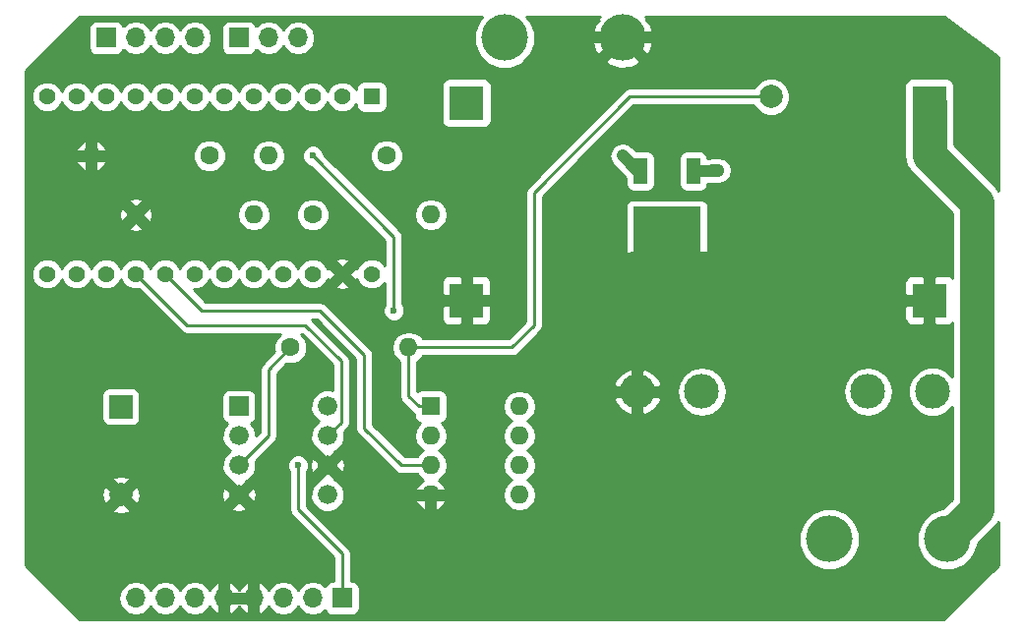
<source format=gbr>
%TF.GenerationSoftware,KiCad,Pcbnew,4.0.7*%
%TF.CreationDate,2017-12-18T22:12:30+01:00*%
%TF.ProjectId,LED,4C45442E6B696361645F706362000000,rev?*%
%TF.FileFunction,Copper,L2,Bot,Signal*%
%FSLAX46Y46*%
G04 Gerber Fmt 4.6, Leading zero omitted, Abs format (unit mm)*
G04 Created by KiCad (PCBNEW 4.0.7) date Mon Dec 18 22:12:30 2017*
%MOMM*%
%LPD*%
G01*
G04 APERTURE LIST*
%ADD10C,0.100000*%
%ADD11C,3.000000*%
%ADD12O,3.000000X3.000000*%
%ADD13C,4.000500*%
%ADD14R,2.000000X2.000000*%
%ADD15C,2.000000*%
%ADD16R,3.000000X3.000000*%
%ADD17R,1.676400X1.676400*%
%ADD18C,1.676400*%
%ADD19R,1.700000X1.700000*%
%ADD20O,1.700000X1.700000*%
%ADD21C,1.600000*%
%ADD22O,1.600000X1.600000*%
%ADD23R,1.600000X1.600000*%
%ADD24R,1.200000X2.200000*%
%ADD25R,5.800000X6.400000*%
%ADD26R,2.750000X3.050000*%
%ADD27R,1.425000X1.425000*%
%ADD28C,1.425000*%
%ADD29C,0.600000*%
%ADD30C,1.000000*%
%ADD31C,2.000000*%
%ADD32C,0.250000*%
%ADD33C,3.000000*%
%ADD34C,0.254000*%
G04 APERTURE END LIST*
D10*
D11*
X172720000Y-97790000D03*
D12*
X167170000Y-97790000D03*
X152870000Y-97790000D03*
X147320000Y-97790000D03*
D13*
X135890000Y-67310000D03*
X146050000Y-67310000D03*
D14*
X102870000Y-99080000D03*
D15*
X102870000Y-106680000D03*
D13*
X163830000Y-110490000D03*
X173990000Y-110490000D03*
D16*
X132610000Y-72920000D03*
D15*
X158810000Y-72390000D03*
D16*
X172440000Y-72920000D03*
X132610000Y-89920000D03*
X172440000Y-89920000D03*
D17*
X113030000Y-99060000D03*
D18*
X113030000Y-101600000D03*
X113030000Y-104140000D03*
X113030000Y-106680000D03*
X120650000Y-106680000D03*
X120650000Y-104140000D03*
X120650000Y-101600000D03*
X120650000Y-99060000D03*
D19*
X101600000Y-67310000D03*
D20*
X104140000Y-67310000D03*
X106680000Y-67310000D03*
X109220000Y-67310000D03*
D19*
X113030000Y-67310000D03*
D20*
X115570000Y-67310000D03*
X118110000Y-67310000D03*
D19*
X121920000Y-115570000D03*
D20*
X119380000Y-115570000D03*
X116840000Y-115570000D03*
X114300000Y-115570000D03*
X111760000Y-115570000D03*
X109220000Y-115570000D03*
X106680000Y-115570000D03*
X104140000Y-115570000D03*
D21*
X117475000Y-93980000D03*
D22*
X127635000Y-93980000D03*
D21*
X125730000Y-77470000D03*
D22*
X115570000Y-77470000D03*
D21*
X110490000Y-77470000D03*
D22*
X100330000Y-77470000D03*
D21*
X119380000Y-82550000D03*
D22*
X129540000Y-82550000D03*
D21*
X104140000Y-82550000D03*
D22*
X114300000Y-82550000D03*
D23*
X129540000Y-99060000D03*
D22*
X137160000Y-106680000D03*
X129540000Y-101600000D03*
X137160000Y-104140000D03*
X129540000Y-104140000D03*
X137160000Y-101600000D03*
X129540000Y-106680000D03*
X137160000Y-99060000D03*
D24*
X147580000Y-78790000D03*
X152140000Y-78790000D03*
D25*
X149860000Y-85090000D03*
D26*
X151385000Y-86765000D03*
X148335000Y-83415000D03*
X148335000Y-86765000D03*
X151385000Y-83415000D03*
D27*
X124460000Y-72390000D03*
D28*
X121920000Y-72390000D03*
X119380000Y-72390000D03*
X116840000Y-72390000D03*
X114300000Y-72390000D03*
X111760000Y-72390000D03*
X109220000Y-72390000D03*
X106680000Y-72390000D03*
X104140000Y-72390000D03*
X101600000Y-72390000D03*
X99060000Y-72390000D03*
X96520000Y-72390000D03*
X96520000Y-87640000D03*
X99060000Y-87640000D03*
X101600000Y-87640000D03*
X104140000Y-87640000D03*
X106680000Y-87640000D03*
X109220000Y-87640000D03*
X111760000Y-87640000D03*
X114300000Y-87640000D03*
X116840000Y-87640000D03*
X119380000Y-87640000D03*
X121920000Y-87640000D03*
X124460000Y-87640000D03*
D29*
X146685000Y-78105000D03*
X146050000Y-77470000D03*
X147580000Y-78790000D03*
X125095000Y-67310000D03*
X152140000Y-78790000D03*
X153035000Y-78790000D03*
X154305000Y-78740000D03*
X119380000Y-77470000D03*
X126365000Y-90805000D03*
X118110000Y-104140000D03*
D30*
X147580000Y-78790000D02*
X147370000Y-78790000D01*
X147370000Y-78790000D02*
X146050000Y-77470000D01*
X147320000Y-78530000D02*
X147580000Y-78790000D01*
D31*
X154535000Y-86765000D02*
X154130000Y-86360000D01*
X146915000Y-86765000D02*
X154535000Y-86765000D01*
X153035000Y-88900000D02*
X153035000Y-86995000D01*
X147320000Y-88900000D02*
X153035000Y-88900000D01*
X146050000Y-87630000D02*
X147320000Y-88900000D01*
X146915000Y-86765000D02*
X146050000Y-87630000D01*
X148335000Y-86765000D02*
X146915000Y-86765000D01*
D30*
X143221220Y-67310000D02*
X142240000Y-67310000D01*
X146050000Y-67310000D02*
X143221220Y-67310000D01*
X149860000Y-67310000D02*
X146050000Y-67310000D01*
D32*
X119811801Y-103301801D02*
X120650000Y-104140000D01*
X116675001Y-100165001D02*
X119811801Y-103301801D01*
X120015000Y-90805000D02*
X109845000Y-90805000D01*
X109845000Y-90805000D02*
X106680000Y-87640000D01*
X123825000Y-94615000D02*
X120015000Y-90805000D01*
X123825000Y-100965000D02*
X123825000Y-94615000D01*
X127000000Y-104140000D02*
X123825000Y-100965000D01*
X129540000Y-104140000D02*
X127000000Y-104140000D01*
D33*
X176530000Y-81510000D02*
X176530000Y-107950000D01*
X176530000Y-107950000D02*
X173990000Y-110490000D01*
X172440000Y-72920000D02*
X172440000Y-77420000D01*
X172440000Y-77420000D02*
X176530000Y-81510000D01*
D32*
X129540000Y-99060000D02*
X128490000Y-99060000D01*
X128490000Y-99060000D02*
X127635000Y-98205000D01*
X127635000Y-98205000D02*
X127635000Y-95111370D01*
X158810000Y-72390000D02*
X146685000Y-72390000D01*
X146685000Y-72390000D02*
X138430000Y-80645000D01*
X138430000Y-80645000D02*
X138430000Y-92075000D01*
X138430000Y-92075000D02*
X136525000Y-93980000D01*
X127635000Y-95111370D02*
X127635000Y-93980000D01*
X136525000Y-93980000D02*
X127635000Y-93980000D01*
X118745000Y-92075000D02*
X108575000Y-92075000D01*
X108575000Y-92075000D02*
X104140000Y-87640000D01*
X121813201Y-95143201D02*
X118745000Y-92075000D01*
X120650000Y-101600000D02*
X121813201Y-100436799D01*
X121813201Y-100436799D02*
X121813201Y-95143201D01*
D30*
X152140000Y-78790000D02*
X154255000Y-78790000D01*
X154255000Y-78790000D02*
X154305000Y-78740000D01*
X153035000Y-78790000D02*
X153740000Y-78790000D01*
X152140000Y-78790000D02*
X153035000Y-78790000D01*
X153790000Y-78740000D02*
X154305000Y-78740000D01*
X153740000Y-78790000D02*
X153790000Y-78740000D01*
D32*
X126365000Y-84455000D02*
X119380000Y-77470000D01*
X126365000Y-90805000D02*
X126365000Y-84455000D01*
X118110000Y-107950000D02*
X118110000Y-104140000D01*
X121920000Y-111760000D02*
X118110000Y-107950000D01*
X121920000Y-115570000D02*
X121920000Y-111760000D01*
X115570000Y-95885000D02*
X115570000Y-101600000D01*
X115570000Y-101600000D02*
X113030000Y-104140000D01*
X117475000Y-93980000D02*
X115570000Y-95885000D01*
D34*
G36*
X133657246Y-65815302D02*
X133255208Y-66783517D01*
X133254293Y-67831884D01*
X133654641Y-68800799D01*
X134395302Y-69542754D01*
X135363517Y-69944792D01*
X136411884Y-69945707D01*
X137380799Y-69545359D01*
X137584670Y-69341843D01*
X144545659Y-69341843D01*
X144787748Y-69681926D01*
X145791528Y-69984417D01*
X146834658Y-69879752D01*
X147312252Y-69681926D01*
X147554341Y-69341843D01*
X146050000Y-67837502D01*
X144545659Y-69341843D01*
X137584670Y-69341843D01*
X138122754Y-68804698D01*
X138524792Y-67836483D01*
X138525707Y-66788116D01*
X138125359Y-65819201D01*
X137786750Y-65480000D01*
X144083699Y-65480000D01*
X143888097Y-65675602D01*
X144018155Y-65805660D01*
X143678074Y-66047748D01*
X143375583Y-67051528D01*
X143480248Y-68094658D01*
X143678074Y-68572252D01*
X144018157Y-68814341D01*
X145522498Y-67310000D01*
X145508356Y-67295858D01*
X146035858Y-66768356D01*
X146050000Y-66782498D01*
X146064142Y-66768356D01*
X146591644Y-67295858D01*
X146577502Y-67310000D01*
X148081843Y-68814341D01*
X148421926Y-68572252D01*
X148724417Y-67568472D01*
X148619752Y-66525342D01*
X148421926Y-66047748D01*
X148081845Y-65805660D01*
X148211903Y-65675602D01*
X148016301Y-65480000D01*
X173753333Y-65480000D01*
X178360000Y-68935000D01*
X178360000Y-80479729D01*
X178039673Y-80000327D01*
X174575000Y-76535654D01*
X174575000Y-74481431D01*
X174587440Y-74420000D01*
X174587440Y-71420000D01*
X174543162Y-71184683D01*
X174404090Y-70968559D01*
X174191890Y-70823569D01*
X173940000Y-70772560D01*
X170940000Y-70772560D01*
X170704683Y-70816838D01*
X170488559Y-70955910D01*
X170343569Y-71168110D01*
X170292560Y-71420000D01*
X170292560Y-74420000D01*
X170305000Y-74486113D01*
X170305000Y-77420000D01*
X170467517Y-78237029D01*
X170930327Y-78929673D01*
X174395000Y-82394346D01*
X174395000Y-87976974D01*
X174299698Y-87881673D01*
X174066309Y-87785000D01*
X172971750Y-87785000D01*
X172813000Y-87943750D01*
X172813000Y-89547000D01*
X172833000Y-89547000D01*
X172833000Y-90293000D01*
X172813000Y-90293000D01*
X172813000Y-91896250D01*
X172971750Y-92055000D01*
X174066309Y-92055000D01*
X174299698Y-91958327D01*
X174395000Y-91863026D01*
X174395000Y-96445942D01*
X173930959Y-95981091D01*
X173146541Y-95655372D01*
X172297185Y-95654630D01*
X171512200Y-95978980D01*
X170911091Y-96579041D01*
X170585372Y-97363459D01*
X170584630Y-98212815D01*
X170908980Y-98997800D01*
X171509041Y-99598909D01*
X172293459Y-99924628D01*
X173142815Y-99925370D01*
X173927800Y-99601020D01*
X174395000Y-99134635D01*
X174395000Y-107065654D01*
X173606240Y-107854414D01*
X173468116Y-107854293D01*
X172499201Y-108254641D01*
X171757246Y-108995302D01*
X171355208Y-109963517D01*
X171354293Y-111011884D01*
X171754641Y-111980799D01*
X172495302Y-112722754D01*
X173463517Y-113124792D01*
X174511884Y-113125707D01*
X175480799Y-112725359D01*
X176222754Y-111984698D01*
X176624792Y-111016483D01*
X176624916Y-110874430D01*
X178039673Y-109459673D01*
X178360000Y-108980271D01*
X178360000Y-112735908D01*
X173695908Y-117400000D01*
X99354092Y-117400000D01*
X97494999Y-115540907D01*
X102655000Y-115540907D01*
X102655000Y-115599093D01*
X102768039Y-116167378D01*
X103089946Y-116649147D01*
X103571715Y-116971054D01*
X104140000Y-117084093D01*
X104708285Y-116971054D01*
X105190054Y-116649147D01*
X105410000Y-116319974D01*
X105629946Y-116649147D01*
X106111715Y-116971054D01*
X106680000Y-117084093D01*
X107248285Y-116971054D01*
X107730054Y-116649147D01*
X107950000Y-116319974D01*
X108169946Y-116649147D01*
X108651715Y-116971054D01*
X109220000Y-117084093D01*
X109788285Y-116971054D01*
X110270054Y-116649147D01*
X110498591Y-116307117D01*
X110729289Y-116639085D01*
X111166735Y-116931345D01*
X111387000Y-116842718D01*
X111387000Y-115943000D01*
X112133000Y-115943000D01*
X112133000Y-116842718D01*
X112353265Y-116931345D01*
X112790711Y-116639085D01*
X113030000Y-116294755D01*
X113269289Y-116639085D01*
X113706735Y-116931345D01*
X113927000Y-116842718D01*
X113927000Y-115943000D01*
X112133000Y-115943000D01*
X111387000Y-115943000D01*
X111367000Y-115943000D01*
X111367000Y-115197000D01*
X111387000Y-115197000D01*
X111387000Y-114297282D01*
X112133000Y-114297282D01*
X112133000Y-115197000D01*
X113927000Y-115197000D01*
X113927000Y-114297282D01*
X114673000Y-114297282D01*
X114673000Y-115197000D01*
X114693000Y-115197000D01*
X114693000Y-115943000D01*
X114673000Y-115943000D01*
X114673000Y-116842718D01*
X114893265Y-116931345D01*
X115330711Y-116639085D01*
X115561409Y-116307117D01*
X115789946Y-116649147D01*
X116271715Y-116971054D01*
X116840000Y-117084093D01*
X117408285Y-116971054D01*
X117890054Y-116649147D01*
X118110000Y-116319974D01*
X118329946Y-116649147D01*
X118811715Y-116971054D01*
X119380000Y-117084093D01*
X119948285Y-116971054D01*
X120430054Y-116649147D01*
X120457850Y-116607548D01*
X120466838Y-116655317D01*
X120605910Y-116871441D01*
X120818110Y-117016431D01*
X121070000Y-117067440D01*
X122770000Y-117067440D01*
X123005317Y-117023162D01*
X123221441Y-116884090D01*
X123366431Y-116671890D01*
X123417440Y-116420000D01*
X123417440Y-114720000D01*
X123373162Y-114484683D01*
X123234090Y-114268559D01*
X123021890Y-114123569D01*
X122770000Y-114072560D01*
X122680000Y-114072560D01*
X122680000Y-111760000D01*
X122622148Y-111469161D01*
X122457401Y-111222599D01*
X122246686Y-111011884D01*
X161194293Y-111011884D01*
X161594641Y-111980799D01*
X162335302Y-112722754D01*
X163303517Y-113124792D01*
X164351884Y-113125707D01*
X165320799Y-112725359D01*
X166062754Y-111984698D01*
X166464792Y-111016483D01*
X166465707Y-109968116D01*
X166065359Y-108999201D01*
X165324698Y-108257246D01*
X164356483Y-107855208D01*
X163308116Y-107854293D01*
X162339201Y-108254641D01*
X161597246Y-108995302D01*
X161195208Y-109963517D01*
X161194293Y-111011884D01*
X122246686Y-111011884D01*
X118870000Y-107635198D01*
X118870000Y-106971752D01*
X119176545Y-106971752D01*
X119400353Y-107513411D01*
X119814409Y-107928190D01*
X120355677Y-108152944D01*
X120941752Y-108153455D01*
X121483411Y-107929647D01*
X121898190Y-107515591D01*
X122002171Y-107265175D01*
X128229735Y-107265175D01*
X128497936Y-107666617D01*
X128954820Y-107990296D01*
X129167000Y-107906956D01*
X129167000Y-107053000D01*
X129913000Y-107053000D01*
X129913000Y-107906956D01*
X130125180Y-107990296D01*
X130582064Y-107666617D01*
X130850265Y-107265175D01*
X130760527Y-107053000D01*
X129913000Y-107053000D01*
X129167000Y-107053000D01*
X128319473Y-107053000D01*
X128229735Y-107265175D01*
X122002171Y-107265175D01*
X122122944Y-106974323D01*
X122123455Y-106388248D01*
X121899647Y-105846589D01*
X121485591Y-105431810D01*
X121284829Y-105348447D01*
X121298762Y-105316264D01*
X120650000Y-104667502D01*
X120001238Y-105316264D01*
X120015117Y-105348323D01*
X119816589Y-105430353D01*
X119401810Y-105844409D01*
X119177056Y-106385677D01*
X119176545Y-106971752D01*
X118870000Y-106971752D01*
X118870000Y-104702463D01*
X118902192Y-104670327D01*
X119044838Y-104326799D01*
X119044980Y-104163029D01*
X119148115Y-104163029D01*
X119253627Y-104693471D01*
X119473736Y-104788762D01*
X120122498Y-104140000D01*
X121177502Y-104140000D01*
X121826264Y-104788762D01*
X122046373Y-104693471D01*
X122151885Y-104116971D01*
X122046373Y-103586529D01*
X121826264Y-103491238D01*
X121177502Y-104140000D01*
X120122498Y-104140000D01*
X119473736Y-103491238D01*
X119253627Y-103586529D01*
X119148115Y-104163029D01*
X119044980Y-104163029D01*
X119045162Y-103954833D01*
X118903117Y-103611057D01*
X118640327Y-103347808D01*
X118296799Y-103205162D01*
X117924833Y-103204838D01*
X117581057Y-103346883D01*
X117317808Y-103609673D01*
X117175162Y-103953201D01*
X117174838Y-104325167D01*
X117316883Y-104668943D01*
X117350000Y-104702118D01*
X117350000Y-107950000D01*
X117407852Y-108240839D01*
X117572599Y-108487401D01*
X121160000Y-112074802D01*
X121160000Y-114072560D01*
X121070000Y-114072560D01*
X120834683Y-114116838D01*
X120618559Y-114255910D01*
X120473569Y-114468110D01*
X120459914Y-114535541D01*
X120430054Y-114490853D01*
X119948285Y-114168946D01*
X119380000Y-114055907D01*
X118811715Y-114168946D01*
X118329946Y-114490853D01*
X118110000Y-114820026D01*
X117890054Y-114490853D01*
X117408285Y-114168946D01*
X116840000Y-114055907D01*
X116271715Y-114168946D01*
X115789946Y-114490853D01*
X115561409Y-114832883D01*
X115330711Y-114500915D01*
X114893265Y-114208655D01*
X114673000Y-114297282D01*
X113927000Y-114297282D01*
X113706735Y-114208655D01*
X113269289Y-114500915D01*
X113030000Y-114845245D01*
X112790711Y-114500915D01*
X112353265Y-114208655D01*
X112133000Y-114297282D01*
X111387000Y-114297282D01*
X111166735Y-114208655D01*
X110729289Y-114500915D01*
X110498591Y-114832883D01*
X110270054Y-114490853D01*
X109788285Y-114168946D01*
X109220000Y-114055907D01*
X108651715Y-114168946D01*
X108169946Y-114490853D01*
X107950000Y-114820026D01*
X107730054Y-114490853D01*
X107248285Y-114168946D01*
X106680000Y-114055907D01*
X106111715Y-114168946D01*
X105629946Y-114490853D01*
X105410000Y-114820026D01*
X105190054Y-114490853D01*
X104708285Y-114168946D01*
X104140000Y-114055907D01*
X103571715Y-114168946D01*
X103089946Y-114490853D01*
X102768039Y-114972622D01*
X102655000Y-115540907D01*
X97494999Y-115540907D01*
X94690000Y-112735908D01*
X94690000Y-107977140D01*
X102100362Y-107977140D01*
X102216749Y-108213708D01*
X102853400Y-108346949D01*
X103492578Y-108226413D01*
X103523251Y-108213708D01*
X103639638Y-107977140D01*
X103518762Y-107856264D01*
X112381238Y-107856264D01*
X112476529Y-108076373D01*
X113053029Y-108181885D01*
X113583471Y-108076373D01*
X113678762Y-107856264D01*
X113030000Y-107207502D01*
X112381238Y-107856264D01*
X103518762Y-107856264D01*
X102870000Y-107207502D01*
X102100362Y-107977140D01*
X94690000Y-107977140D01*
X94690000Y-106663400D01*
X101203051Y-106663400D01*
X101323587Y-107302578D01*
X101336292Y-107333251D01*
X101572860Y-107449638D01*
X102342498Y-106680000D01*
X103397502Y-106680000D01*
X104167140Y-107449638D01*
X104403708Y-107333251D01*
X104535603Y-106703029D01*
X111528115Y-106703029D01*
X111633627Y-107233471D01*
X111853736Y-107328762D01*
X112502498Y-106680000D01*
X113557502Y-106680000D01*
X114206264Y-107328762D01*
X114426373Y-107233471D01*
X114531885Y-106656971D01*
X114426373Y-106126529D01*
X114206264Y-106031238D01*
X113557502Y-106680000D01*
X112502498Y-106680000D01*
X111853736Y-106031238D01*
X111633627Y-106126529D01*
X111528115Y-106703029D01*
X104535603Y-106703029D01*
X104536949Y-106696600D01*
X104416413Y-106057422D01*
X104403708Y-106026749D01*
X104167140Y-105910362D01*
X103397502Y-106680000D01*
X102342498Y-106680000D01*
X101572860Y-105910362D01*
X101336292Y-106026749D01*
X101203051Y-106663400D01*
X94690000Y-106663400D01*
X94690000Y-105382860D01*
X102100362Y-105382860D01*
X102870000Y-106152498D01*
X103639638Y-105382860D01*
X103523251Y-105146292D01*
X102886600Y-105013051D01*
X102247422Y-105133587D01*
X102216749Y-105146292D01*
X102100362Y-105382860D01*
X94690000Y-105382860D01*
X94690000Y-98080000D01*
X101222560Y-98080000D01*
X101222560Y-100080000D01*
X101266838Y-100315317D01*
X101405910Y-100531441D01*
X101618110Y-100676431D01*
X101870000Y-100727440D01*
X103870000Y-100727440D01*
X104105317Y-100683162D01*
X104321441Y-100544090D01*
X104466431Y-100331890D01*
X104517440Y-100080000D01*
X104517440Y-98080000D01*
X104473162Y-97844683D01*
X104334090Y-97628559D01*
X104121890Y-97483569D01*
X103870000Y-97432560D01*
X101870000Y-97432560D01*
X101634683Y-97476838D01*
X101418559Y-97615910D01*
X101273569Y-97828110D01*
X101222560Y-98080000D01*
X94690000Y-98080000D01*
X94690000Y-87906858D01*
X95172267Y-87906858D01*
X95376979Y-88402300D01*
X95755706Y-88781689D01*
X96250790Y-88987265D01*
X96786858Y-88987733D01*
X97282300Y-88783021D01*
X97661689Y-88404294D01*
X97790062Y-88095136D01*
X97916979Y-88402300D01*
X98295706Y-88781689D01*
X98790790Y-88987265D01*
X99326858Y-88987733D01*
X99822300Y-88783021D01*
X100201689Y-88404294D01*
X100330062Y-88095136D01*
X100456979Y-88402300D01*
X100835706Y-88781689D01*
X101330790Y-88987265D01*
X101866858Y-88987733D01*
X102362300Y-88783021D01*
X102741689Y-88404294D01*
X102870062Y-88095136D01*
X102996979Y-88402300D01*
X103375706Y-88781689D01*
X103870790Y-88987265D01*
X104406858Y-88987733D01*
X104411155Y-88985957D01*
X108037599Y-92612401D01*
X108284161Y-92777148D01*
X108575000Y-92835000D01*
X116590831Y-92835000D01*
X116259176Y-93166077D01*
X116040250Y-93693309D01*
X116039752Y-94264187D01*
X116062049Y-94318149D01*
X115032599Y-95347599D01*
X114867852Y-95594161D01*
X114810000Y-95885000D01*
X114810000Y-101285198D01*
X114503208Y-101591990D01*
X114503455Y-101308248D01*
X114279647Y-100766589D01*
X114028898Y-100515402D01*
X114103517Y-100501362D01*
X114319641Y-100362290D01*
X114464631Y-100150090D01*
X114515640Y-99898200D01*
X114515640Y-98221800D01*
X114471362Y-97986483D01*
X114332290Y-97770359D01*
X114120090Y-97625369D01*
X113868200Y-97574360D01*
X112191800Y-97574360D01*
X111956483Y-97618638D01*
X111740359Y-97757710D01*
X111595369Y-97969910D01*
X111544360Y-98221800D01*
X111544360Y-99898200D01*
X111588638Y-100133517D01*
X111727710Y-100349641D01*
X111939910Y-100494631D01*
X112033145Y-100513512D01*
X111781810Y-100764409D01*
X111557056Y-101305677D01*
X111556545Y-101891752D01*
X111780353Y-102433411D01*
X112194409Y-102848190D01*
X112246392Y-102869775D01*
X112196589Y-102890353D01*
X111781810Y-103304409D01*
X111557056Y-103845677D01*
X111556545Y-104431752D01*
X111780353Y-104973411D01*
X112194409Y-105388190D01*
X112395171Y-105471553D01*
X112381238Y-105503736D01*
X113030000Y-106152498D01*
X113678762Y-105503736D01*
X113664883Y-105471677D01*
X113863411Y-105389647D01*
X114278190Y-104975591D01*
X114502944Y-104434323D01*
X114503455Y-103848248D01*
X114472199Y-103772603D01*
X116107401Y-102137401D01*
X116272148Y-101890840D01*
X116281746Y-101842586D01*
X116330000Y-101600000D01*
X116330000Y-96199802D01*
X117136546Y-95393256D01*
X117188309Y-95414750D01*
X117759187Y-95415248D01*
X118286800Y-95197243D01*
X118690824Y-94793923D01*
X118909750Y-94266691D01*
X118910248Y-93695813D01*
X118692243Y-93168200D01*
X118359624Y-92835000D01*
X118430198Y-92835000D01*
X121053201Y-95458003D01*
X121053201Y-97632266D01*
X120944323Y-97587056D01*
X120358248Y-97586545D01*
X119816589Y-97810353D01*
X119401810Y-98224409D01*
X119177056Y-98765677D01*
X119176545Y-99351752D01*
X119400353Y-99893411D01*
X119814409Y-100308190D01*
X119866392Y-100329775D01*
X119816589Y-100350353D01*
X119401810Y-100764409D01*
X119177056Y-101305677D01*
X119176545Y-101891752D01*
X119400353Y-102433411D01*
X119814409Y-102848190D01*
X120015171Y-102931553D01*
X120001238Y-102963736D01*
X120650000Y-103612498D01*
X121298762Y-102963736D01*
X121284883Y-102931677D01*
X121483411Y-102849647D01*
X121898190Y-102435591D01*
X122122944Y-101894323D01*
X122123455Y-101308248D01*
X122092199Y-101232603D01*
X122350602Y-100974200D01*
X122515349Y-100727638D01*
X122573201Y-100436799D01*
X122573201Y-95143201D01*
X122515349Y-94852362D01*
X122515349Y-94852361D01*
X122350602Y-94605800D01*
X119309802Y-91565000D01*
X119700198Y-91565000D01*
X123065000Y-94929802D01*
X123065000Y-100965000D01*
X123122852Y-101255839D01*
X123287599Y-101502401D01*
X126462599Y-104677401D01*
X126709161Y-104842148D01*
X127000000Y-104900000D01*
X128327005Y-104900000D01*
X128497189Y-105154698D01*
X128888881Y-105416419D01*
X128497936Y-105693383D01*
X128229735Y-106094825D01*
X128319473Y-106307000D01*
X129167000Y-106307000D01*
X129167000Y-106287000D01*
X129913000Y-106287000D01*
X129913000Y-106307000D01*
X130760527Y-106307000D01*
X130850265Y-106094825D01*
X130582064Y-105693383D01*
X130191119Y-105416419D01*
X130582811Y-105154698D01*
X130893880Y-104689151D01*
X131003113Y-104140000D01*
X130893880Y-103590849D01*
X130582811Y-103125302D01*
X130200725Y-102870000D01*
X130582811Y-102614698D01*
X130893880Y-102149151D01*
X131003113Y-101600000D01*
X130893880Y-101050849D01*
X130582811Y-100585302D01*
X130438535Y-100488899D01*
X130575317Y-100463162D01*
X130791441Y-100324090D01*
X130936431Y-100111890D01*
X130987440Y-99860000D01*
X130987440Y-99060000D01*
X135696887Y-99060000D01*
X135806120Y-99609151D01*
X136117189Y-100074698D01*
X136499275Y-100330000D01*
X136117189Y-100585302D01*
X135806120Y-101050849D01*
X135696887Y-101600000D01*
X135806120Y-102149151D01*
X136117189Y-102614698D01*
X136499275Y-102870000D01*
X136117189Y-103125302D01*
X135806120Y-103590849D01*
X135696887Y-104140000D01*
X135806120Y-104689151D01*
X136117189Y-105154698D01*
X136499275Y-105410000D01*
X136117189Y-105665302D01*
X135806120Y-106130849D01*
X135696887Y-106680000D01*
X135806120Y-107229151D01*
X136117189Y-107694698D01*
X136582736Y-108005767D01*
X137131887Y-108115000D01*
X137188113Y-108115000D01*
X137737264Y-108005767D01*
X138202811Y-107694698D01*
X138513880Y-107229151D01*
X138623113Y-106680000D01*
X138513880Y-106130849D01*
X138202811Y-105665302D01*
X137820725Y-105410000D01*
X138202811Y-105154698D01*
X138513880Y-104689151D01*
X138623113Y-104140000D01*
X138513880Y-103590849D01*
X138202811Y-103125302D01*
X137820725Y-102870000D01*
X138202811Y-102614698D01*
X138513880Y-102149151D01*
X138623113Y-101600000D01*
X138513880Y-101050849D01*
X138202811Y-100585302D01*
X137820725Y-100330000D01*
X138202811Y-100074698D01*
X138513880Y-99609151D01*
X138623113Y-99060000D01*
X138513880Y-98510849D01*
X138498118Y-98487259D01*
X145302066Y-98487259D01*
X145400052Y-98723870D01*
X145903576Y-99387516D01*
X146622738Y-99807954D01*
X146947000Y-99733435D01*
X146947000Y-98163000D01*
X147693000Y-98163000D01*
X147693000Y-99733435D01*
X148017262Y-99807954D01*
X148736424Y-99387516D01*
X149239948Y-98723870D01*
X149337934Y-98487259D01*
X149260731Y-98163000D01*
X147693000Y-98163000D01*
X146947000Y-98163000D01*
X145379269Y-98163000D01*
X145302066Y-98487259D01*
X138498118Y-98487259D01*
X138202811Y-98045302D01*
X137820726Y-97790000D01*
X150693173Y-97790000D01*
X150855690Y-98607029D01*
X151318500Y-99299673D01*
X152011144Y-99762483D01*
X152828173Y-99925000D01*
X152911827Y-99925000D01*
X153728856Y-99762483D01*
X154421500Y-99299673D01*
X154884310Y-98607029D01*
X155046827Y-97790000D01*
X164993173Y-97790000D01*
X165155690Y-98607029D01*
X165618500Y-99299673D01*
X166311144Y-99762483D01*
X167128173Y-99925000D01*
X167211827Y-99925000D01*
X168028856Y-99762483D01*
X168721500Y-99299673D01*
X169184310Y-98607029D01*
X169346827Y-97790000D01*
X169184310Y-96972971D01*
X168721500Y-96280327D01*
X168028856Y-95817517D01*
X167211827Y-95655000D01*
X167128173Y-95655000D01*
X166311144Y-95817517D01*
X165618500Y-96280327D01*
X165155690Y-96972971D01*
X164993173Y-97790000D01*
X155046827Y-97790000D01*
X154884310Y-96972971D01*
X154421500Y-96280327D01*
X153728856Y-95817517D01*
X152911827Y-95655000D01*
X152828173Y-95655000D01*
X152011144Y-95817517D01*
X151318500Y-96280327D01*
X150855690Y-96972971D01*
X150693173Y-97790000D01*
X137820726Y-97790000D01*
X137737264Y-97734233D01*
X137188113Y-97625000D01*
X137131887Y-97625000D01*
X136582736Y-97734233D01*
X136117189Y-98045302D01*
X135806120Y-98510849D01*
X135696887Y-99060000D01*
X130987440Y-99060000D01*
X130987440Y-98260000D01*
X130943162Y-98024683D01*
X130804090Y-97808559D01*
X130591890Y-97663569D01*
X130340000Y-97612560D01*
X128740000Y-97612560D01*
X128504683Y-97656838D01*
X128395000Y-97727417D01*
X128395000Y-97092741D01*
X145302066Y-97092741D01*
X145379269Y-97417000D01*
X146947000Y-97417000D01*
X146947000Y-95846565D01*
X147693000Y-95846565D01*
X147693000Y-97417000D01*
X149260731Y-97417000D01*
X149337934Y-97092741D01*
X149239948Y-96856130D01*
X148736424Y-96192484D01*
X148017262Y-95772046D01*
X147693000Y-95846565D01*
X146947000Y-95846565D01*
X146622738Y-95772046D01*
X145903576Y-96192484D01*
X145400052Y-96856130D01*
X145302066Y-97092741D01*
X128395000Y-97092741D01*
X128395000Y-95183667D01*
X128677811Y-94994698D01*
X128847995Y-94740000D01*
X136525000Y-94740000D01*
X136815839Y-94682148D01*
X137062401Y-94517401D01*
X138967401Y-92612401D01*
X139132148Y-92365839D01*
X139190000Y-92075000D01*
X139190000Y-90451750D01*
X170305000Y-90451750D01*
X170305000Y-91546310D01*
X170401673Y-91779699D01*
X170580302Y-91958327D01*
X170813691Y-92055000D01*
X171908250Y-92055000D01*
X172067000Y-91896250D01*
X172067000Y-90293000D01*
X170463750Y-90293000D01*
X170305000Y-90451750D01*
X139190000Y-90451750D01*
X139190000Y-81763691D01*
X146325000Y-81763691D01*
X146325000Y-85066309D01*
X146334813Y-85090000D01*
X146325000Y-85113691D01*
X146325000Y-88416309D01*
X146421673Y-88649698D01*
X146600301Y-88828327D01*
X146833690Y-88925000D01*
X149836310Y-88925000D01*
X149860000Y-88915187D01*
X149883690Y-88925000D01*
X152886310Y-88925000D01*
X153119699Y-88828327D01*
X153298327Y-88649698D01*
X153395000Y-88416309D01*
X153395000Y-88293690D01*
X170305000Y-88293690D01*
X170305000Y-89388250D01*
X170463750Y-89547000D01*
X172067000Y-89547000D01*
X172067000Y-87943750D01*
X171908250Y-87785000D01*
X170813691Y-87785000D01*
X170580302Y-87881673D01*
X170401673Y-88060301D01*
X170305000Y-88293690D01*
X153395000Y-88293690D01*
X153395000Y-85113691D01*
X153385187Y-85090000D01*
X153395000Y-85066309D01*
X153395000Y-81763691D01*
X153298327Y-81530302D01*
X153119699Y-81351673D01*
X152886310Y-81255000D01*
X149883690Y-81255000D01*
X149860000Y-81264813D01*
X149836310Y-81255000D01*
X146833690Y-81255000D01*
X146600301Y-81351673D01*
X146421673Y-81530302D01*
X146325000Y-81763691D01*
X139190000Y-81763691D01*
X139190000Y-80959802D01*
X142679802Y-77470000D01*
X144915000Y-77470000D01*
X145001397Y-77904345D01*
X145247434Y-78272566D01*
X146332560Y-79357692D01*
X146332560Y-79890000D01*
X146376838Y-80125317D01*
X146515910Y-80341441D01*
X146728110Y-80486431D01*
X146980000Y-80537440D01*
X148180000Y-80537440D01*
X148415317Y-80493162D01*
X148631441Y-80354090D01*
X148776431Y-80141890D01*
X148827440Y-79890000D01*
X148827440Y-77690000D01*
X150892560Y-77690000D01*
X150892560Y-79890000D01*
X150936838Y-80125317D01*
X151075910Y-80341441D01*
X151288110Y-80486431D01*
X151540000Y-80537440D01*
X152740000Y-80537440D01*
X152975317Y-80493162D01*
X153191441Y-80354090D01*
X153336431Y-80141890D01*
X153380352Y-79925000D01*
X154255000Y-79925000D01*
X154689346Y-79838603D01*
X155057566Y-79592566D01*
X155107566Y-79542566D01*
X155353604Y-79174345D01*
X155440000Y-78740000D01*
X155353604Y-78305654D01*
X155107566Y-77937434D01*
X154739346Y-77691396D01*
X154305000Y-77605000D01*
X153790000Y-77605000D01*
X153538631Y-77655000D01*
X153380854Y-77655000D01*
X153343162Y-77454683D01*
X153204090Y-77238559D01*
X152991890Y-77093569D01*
X152740000Y-77042560D01*
X151540000Y-77042560D01*
X151304683Y-77086838D01*
X151088559Y-77225910D01*
X150943569Y-77438110D01*
X150892560Y-77690000D01*
X148827440Y-77690000D01*
X148783162Y-77454683D01*
X148644090Y-77238559D01*
X148431890Y-77093569D01*
X148180000Y-77042560D01*
X147227692Y-77042560D01*
X146852566Y-76667434D01*
X146484345Y-76421397D01*
X146050000Y-76335000D01*
X145615655Y-76421397D01*
X145247434Y-76667434D01*
X145001397Y-77035655D01*
X144915000Y-77470000D01*
X142679802Y-77470000D01*
X146999802Y-73150000D01*
X157354953Y-73150000D01*
X157423106Y-73314943D01*
X157882637Y-73775278D01*
X158483352Y-74024716D01*
X159133795Y-74025284D01*
X159734943Y-73776894D01*
X160195278Y-73317363D01*
X160444716Y-72716648D01*
X160445284Y-72066205D01*
X160196894Y-71465057D01*
X159737363Y-71004722D01*
X159136648Y-70755284D01*
X158486205Y-70754716D01*
X157885057Y-71003106D01*
X157424722Y-71462637D01*
X157355227Y-71630000D01*
X146685000Y-71630000D01*
X146394161Y-71687852D01*
X146147599Y-71852599D01*
X137892599Y-80107599D01*
X137727852Y-80354161D01*
X137670000Y-80645000D01*
X137670000Y-91760198D01*
X136210198Y-93220000D01*
X128847995Y-93220000D01*
X128677811Y-92965302D01*
X128212264Y-92654233D01*
X127663113Y-92545000D01*
X127606887Y-92545000D01*
X127057736Y-92654233D01*
X126592189Y-92965302D01*
X126281120Y-93430849D01*
X126171887Y-93980000D01*
X126281120Y-94529151D01*
X126592189Y-94994698D01*
X126875000Y-95183667D01*
X126875000Y-98205000D01*
X126932852Y-98495839D01*
X127097599Y-98742401D01*
X127952599Y-99597401D01*
X128092560Y-99690920D01*
X128092560Y-99860000D01*
X128136838Y-100095317D01*
X128275910Y-100311441D01*
X128488110Y-100456431D01*
X128643089Y-100487815D01*
X128497189Y-100585302D01*
X128186120Y-101050849D01*
X128076887Y-101600000D01*
X128186120Y-102149151D01*
X128497189Y-102614698D01*
X128879275Y-102870000D01*
X128497189Y-103125302D01*
X128327005Y-103380000D01*
X127314802Y-103380000D01*
X124585000Y-100650198D01*
X124585000Y-94615000D01*
X124527148Y-94324161D01*
X124362401Y-94077599D01*
X120552401Y-90267599D01*
X120305839Y-90102852D01*
X120015000Y-90045000D01*
X110159802Y-90045000D01*
X109102199Y-88987397D01*
X109486858Y-88987733D01*
X109982300Y-88783021D01*
X110361689Y-88404294D01*
X110490062Y-88095136D01*
X110616979Y-88402300D01*
X110995706Y-88781689D01*
X111490790Y-88987265D01*
X112026858Y-88987733D01*
X112522300Y-88783021D01*
X112901689Y-88404294D01*
X113030062Y-88095136D01*
X113156979Y-88402300D01*
X113535706Y-88781689D01*
X114030790Y-88987265D01*
X114566858Y-88987733D01*
X115062300Y-88783021D01*
X115441689Y-88404294D01*
X115570062Y-88095136D01*
X115696979Y-88402300D01*
X116075706Y-88781689D01*
X116570790Y-88987265D01*
X117106858Y-88987733D01*
X117602300Y-88783021D01*
X117981689Y-88404294D01*
X118110062Y-88095136D01*
X118236979Y-88402300D01*
X118615706Y-88781689D01*
X119110790Y-88987265D01*
X119646858Y-88987733D01*
X120142300Y-88783021D01*
X120212051Y-88713391D01*
X121350423Y-88713391D01*
X121428275Y-88922890D01*
X121956647Y-89013411D01*
X122411725Y-88922890D01*
X122489577Y-88713391D01*
X121920000Y-88143814D01*
X121350423Y-88713391D01*
X120212051Y-88713391D01*
X120521689Y-88404294D01*
X120636384Y-88128076D01*
X120637110Y-88131725D01*
X120846609Y-88209577D01*
X121416186Y-87640000D01*
X120846609Y-87070423D01*
X120637110Y-87148275D01*
X120636439Y-87152193D01*
X120523021Y-86877700D01*
X120212473Y-86566609D01*
X121350423Y-86566609D01*
X121920000Y-87136186D01*
X122489577Y-86566609D01*
X122411725Y-86357110D01*
X121883353Y-86266589D01*
X121428275Y-86357110D01*
X121350423Y-86566609D01*
X120212473Y-86566609D01*
X120144294Y-86498311D01*
X119649210Y-86292735D01*
X119113142Y-86292267D01*
X118617700Y-86496979D01*
X118238311Y-86875706D01*
X118109938Y-87184864D01*
X117983021Y-86877700D01*
X117604294Y-86498311D01*
X117109210Y-86292735D01*
X116573142Y-86292267D01*
X116077700Y-86496979D01*
X115698311Y-86875706D01*
X115569938Y-87184864D01*
X115443021Y-86877700D01*
X115064294Y-86498311D01*
X114569210Y-86292735D01*
X114033142Y-86292267D01*
X113537700Y-86496979D01*
X113158311Y-86875706D01*
X113029938Y-87184864D01*
X112903021Y-86877700D01*
X112524294Y-86498311D01*
X112029210Y-86292735D01*
X111493142Y-86292267D01*
X110997700Y-86496979D01*
X110618311Y-86875706D01*
X110489938Y-87184864D01*
X110363021Y-86877700D01*
X109984294Y-86498311D01*
X109489210Y-86292735D01*
X108953142Y-86292267D01*
X108457700Y-86496979D01*
X108078311Y-86875706D01*
X107949938Y-87184864D01*
X107823021Y-86877700D01*
X107444294Y-86498311D01*
X106949210Y-86292735D01*
X106413142Y-86292267D01*
X105917700Y-86496979D01*
X105538311Y-86875706D01*
X105409938Y-87184864D01*
X105283021Y-86877700D01*
X104904294Y-86498311D01*
X104409210Y-86292735D01*
X103873142Y-86292267D01*
X103377700Y-86496979D01*
X102998311Y-86875706D01*
X102869938Y-87184864D01*
X102743021Y-86877700D01*
X102364294Y-86498311D01*
X101869210Y-86292735D01*
X101333142Y-86292267D01*
X100837700Y-86496979D01*
X100458311Y-86875706D01*
X100329938Y-87184864D01*
X100203021Y-86877700D01*
X99824294Y-86498311D01*
X99329210Y-86292735D01*
X98793142Y-86292267D01*
X98297700Y-86496979D01*
X97918311Y-86875706D01*
X97789938Y-87184864D01*
X97663021Y-86877700D01*
X97284294Y-86498311D01*
X96789210Y-86292735D01*
X96253142Y-86292267D01*
X95757700Y-86496979D01*
X95378311Y-86875706D01*
X95172735Y-87370790D01*
X95172267Y-87906858D01*
X94690000Y-87906858D01*
X94690000Y-83697559D01*
X103519942Y-83697559D01*
X103610183Y-83913816D01*
X104172422Y-84012754D01*
X104669817Y-83913816D01*
X104760058Y-83697559D01*
X104140000Y-83077502D01*
X103519942Y-83697559D01*
X94690000Y-83697559D01*
X94690000Y-82582422D01*
X102677246Y-82582422D01*
X102776184Y-83079817D01*
X102992441Y-83170058D01*
X103612498Y-82550000D01*
X104667502Y-82550000D01*
X105287559Y-83170058D01*
X105503816Y-83079817D01*
X105597048Y-82550000D01*
X112836887Y-82550000D01*
X112946120Y-83099151D01*
X113257189Y-83564698D01*
X113722736Y-83875767D01*
X114271887Y-83985000D01*
X114328113Y-83985000D01*
X114877264Y-83875767D01*
X115342811Y-83564698D01*
X115653880Y-83099151D01*
X115706584Y-82834187D01*
X117944752Y-82834187D01*
X118162757Y-83361800D01*
X118566077Y-83765824D01*
X119093309Y-83984750D01*
X119664187Y-83985248D01*
X120191800Y-83767243D01*
X120595824Y-83363923D01*
X120814750Y-82836691D01*
X120815248Y-82265813D01*
X120597243Y-81738200D01*
X120193923Y-81334176D01*
X119666691Y-81115250D01*
X119095813Y-81114752D01*
X118568200Y-81332757D01*
X118164176Y-81736077D01*
X117945250Y-82263309D01*
X117944752Y-82834187D01*
X115706584Y-82834187D01*
X115763113Y-82550000D01*
X115653880Y-82000849D01*
X115342811Y-81535302D01*
X114877264Y-81224233D01*
X114328113Y-81115000D01*
X114271887Y-81115000D01*
X113722736Y-81224233D01*
X113257189Y-81535302D01*
X112946120Y-82000849D01*
X112836887Y-82550000D01*
X105597048Y-82550000D01*
X105602754Y-82517578D01*
X105503816Y-82020183D01*
X105287559Y-81929942D01*
X104667502Y-82550000D01*
X103612498Y-82550000D01*
X102992441Y-81929942D01*
X102776184Y-82020183D01*
X102677246Y-82582422D01*
X94690000Y-82582422D01*
X94690000Y-81402441D01*
X103519942Y-81402441D01*
X104140000Y-82022498D01*
X104760058Y-81402441D01*
X104669817Y-81186184D01*
X104107578Y-81087246D01*
X103610183Y-81186184D01*
X103519942Y-81402441D01*
X94690000Y-81402441D01*
X94690000Y-78055175D01*
X99019735Y-78055175D01*
X99287936Y-78456617D01*
X99744820Y-78780296D01*
X99957000Y-78696956D01*
X99957000Y-77843000D01*
X100703000Y-77843000D01*
X100703000Y-78696956D01*
X100915180Y-78780296D01*
X101372064Y-78456617D01*
X101640265Y-78055175D01*
X101550527Y-77843000D01*
X100703000Y-77843000D01*
X99957000Y-77843000D01*
X99109473Y-77843000D01*
X99019735Y-78055175D01*
X94690000Y-78055175D01*
X94690000Y-77754187D01*
X109054752Y-77754187D01*
X109272757Y-78281800D01*
X109676077Y-78685824D01*
X110203309Y-78904750D01*
X110774187Y-78905248D01*
X111301800Y-78687243D01*
X111705824Y-78283923D01*
X111924750Y-77756691D01*
X111925000Y-77470000D01*
X114106887Y-77470000D01*
X114216120Y-78019151D01*
X114527189Y-78484698D01*
X114992736Y-78795767D01*
X115541887Y-78905000D01*
X115598113Y-78905000D01*
X116147264Y-78795767D01*
X116612811Y-78484698D01*
X116923880Y-78019151D01*
X116996280Y-77655167D01*
X118444838Y-77655167D01*
X118586883Y-77998943D01*
X118849673Y-78262192D01*
X119193201Y-78404838D01*
X119240077Y-78404879D01*
X125605000Y-84769802D01*
X125605000Y-86882490D01*
X125603021Y-86877700D01*
X125224294Y-86498311D01*
X124729210Y-86292735D01*
X124193142Y-86292267D01*
X123697700Y-86496979D01*
X123318311Y-86875706D01*
X123203616Y-87151924D01*
X123202890Y-87148275D01*
X122993391Y-87070423D01*
X122423814Y-87640000D01*
X122993391Y-88209577D01*
X123202890Y-88131725D01*
X123203561Y-88127807D01*
X123316979Y-88402300D01*
X123695706Y-88781689D01*
X124190790Y-88987265D01*
X124726858Y-88987733D01*
X125222300Y-88783021D01*
X125601689Y-88404294D01*
X125605000Y-88396320D01*
X125605000Y-90242537D01*
X125572808Y-90274673D01*
X125430162Y-90618201D01*
X125429838Y-90990167D01*
X125571883Y-91333943D01*
X125834673Y-91597192D01*
X126178201Y-91739838D01*
X126550167Y-91740162D01*
X126893943Y-91598117D01*
X127157192Y-91335327D01*
X127299838Y-90991799D01*
X127300162Y-90619833D01*
X127230712Y-90451750D01*
X130475000Y-90451750D01*
X130475000Y-91546310D01*
X130571673Y-91779699D01*
X130750302Y-91958327D01*
X130983691Y-92055000D01*
X132078250Y-92055000D01*
X132237000Y-91896250D01*
X132237000Y-90293000D01*
X132983000Y-90293000D01*
X132983000Y-91896250D01*
X133141750Y-92055000D01*
X134236309Y-92055000D01*
X134469698Y-91958327D01*
X134648327Y-91779699D01*
X134745000Y-91546310D01*
X134745000Y-90451750D01*
X134586250Y-90293000D01*
X132983000Y-90293000D01*
X132237000Y-90293000D01*
X130633750Y-90293000D01*
X130475000Y-90451750D01*
X127230712Y-90451750D01*
X127158117Y-90276057D01*
X127125000Y-90242882D01*
X127125000Y-88293690D01*
X130475000Y-88293690D01*
X130475000Y-89388250D01*
X130633750Y-89547000D01*
X132237000Y-89547000D01*
X132237000Y-87943750D01*
X132983000Y-87943750D01*
X132983000Y-89547000D01*
X134586250Y-89547000D01*
X134745000Y-89388250D01*
X134745000Y-88293690D01*
X134648327Y-88060301D01*
X134469698Y-87881673D01*
X134236309Y-87785000D01*
X133141750Y-87785000D01*
X132983000Y-87943750D01*
X132237000Y-87943750D01*
X132078250Y-87785000D01*
X130983691Y-87785000D01*
X130750302Y-87881673D01*
X130571673Y-88060301D01*
X130475000Y-88293690D01*
X127125000Y-88293690D01*
X127125000Y-84455000D01*
X127067148Y-84164161D01*
X126902401Y-83917599D01*
X125534802Y-82550000D01*
X128076887Y-82550000D01*
X128186120Y-83099151D01*
X128497189Y-83564698D01*
X128962736Y-83875767D01*
X129511887Y-83985000D01*
X129568113Y-83985000D01*
X130117264Y-83875767D01*
X130582811Y-83564698D01*
X130893880Y-83099151D01*
X131003113Y-82550000D01*
X130893880Y-82000849D01*
X130582811Y-81535302D01*
X130117264Y-81224233D01*
X129568113Y-81115000D01*
X129511887Y-81115000D01*
X128962736Y-81224233D01*
X128497189Y-81535302D01*
X128186120Y-82000849D01*
X128076887Y-82550000D01*
X125534802Y-82550000D01*
X120738989Y-77754187D01*
X124294752Y-77754187D01*
X124512757Y-78281800D01*
X124916077Y-78685824D01*
X125443309Y-78904750D01*
X126014187Y-78905248D01*
X126541800Y-78687243D01*
X126945824Y-78283923D01*
X127164750Y-77756691D01*
X127165248Y-77185813D01*
X126947243Y-76658200D01*
X126543923Y-76254176D01*
X126016691Y-76035250D01*
X125445813Y-76034752D01*
X124918200Y-76252757D01*
X124514176Y-76656077D01*
X124295250Y-77183309D01*
X124294752Y-77754187D01*
X120738989Y-77754187D01*
X120315122Y-77330320D01*
X120315162Y-77284833D01*
X120173117Y-76941057D01*
X119910327Y-76677808D01*
X119566799Y-76535162D01*
X119194833Y-76534838D01*
X118851057Y-76676883D01*
X118587808Y-76939673D01*
X118445162Y-77283201D01*
X118444838Y-77655167D01*
X116996280Y-77655167D01*
X117033113Y-77470000D01*
X116923880Y-76920849D01*
X116612811Y-76455302D01*
X116147264Y-76144233D01*
X115598113Y-76035000D01*
X115541887Y-76035000D01*
X114992736Y-76144233D01*
X114527189Y-76455302D01*
X114216120Y-76920849D01*
X114106887Y-77470000D01*
X111925000Y-77470000D01*
X111925248Y-77185813D01*
X111707243Y-76658200D01*
X111303923Y-76254176D01*
X110776691Y-76035250D01*
X110205813Y-76034752D01*
X109678200Y-76252757D01*
X109274176Y-76656077D01*
X109055250Y-77183309D01*
X109054752Y-77754187D01*
X94690000Y-77754187D01*
X94690000Y-76884825D01*
X99019735Y-76884825D01*
X99109473Y-77097000D01*
X99957000Y-77097000D01*
X99957000Y-76243044D01*
X100703000Y-76243044D01*
X100703000Y-77097000D01*
X101550527Y-77097000D01*
X101640265Y-76884825D01*
X101372064Y-76483383D01*
X100915180Y-76159704D01*
X100703000Y-76243044D01*
X99957000Y-76243044D01*
X99744820Y-76159704D01*
X99287936Y-76483383D01*
X99019735Y-76884825D01*
X94690000Y-76884825D01*
X94690000Y-72656858D01*
X95172267Y-72656858D01*
X95376979Y-73152300D01*
X95755706Y-73531689D01*
X96250790Y-73737265D01*
X96786858Y-73737733D01*
X97282300Y-73533021D01*
X97661689Y-73154294D01*
X97790062Y-72845136D01*
X97916979Y-73152300D01*
X98295706Y-73531689D01*
X98790790Y-73737265D01*
X99326858Y-73737733D01*
X99822300Y-73533021D01*
X100201689Y-73154294D01*
X100330062Y-72845136D01*
X100456979Y-73152300D01*
X100835706Y-73531689D01*
X101330790Y-73737265D01*
X101866858Y-73737733D01*
X102362300Y-73533021D01*
X102741689Y-73154294D01*
X102870062Y-72845136D01*
X102996979Y-73152300D01*
X103375706Y-73531689D01*
X103870790Y-73737265D01*
X104406858Y-73737733D01*
X104902300Y-73533021D01*
X105281689Y-73154294D01*
X105410062Y-72845136D01*
X105536979Y-73152300D01*
X105915706Y-73531689D01*
X106410790Y-73737265D01*
X106946858Y-73737733D01*
X107442300Y-73533021D01*
X107821689Y-73154294D01*
X107950062Y-72845136D01*
X108076979Y-73152300D01*
X108455706Y-73531689D01*
X108950790Y-73737265D01*
X109486858Y-73737733D01*
X109982300Y-73533021D01*
X110361689Y-73154294D01*
X110490062Y-72845136D01*
X110616979Y-73152300D01*
X110995706Y-73531689D01*
X111490790Y-73737265D01*
X112026858Y-73737733D01*
X112522300Y-73533021D01*
X112901689Y-73154294D01*
X113030062Y-72845136D01*
X113156979Y-73152300D01*
X113535706Y-73531689D01*
X114030790Y-73737265D01*
X114566858Y-73737733D01*
X115062300Y-73533021D01*
X115441689Y-73154294D01*
X115570062Y-72845136D01*
X115696979Y-73152300D01*
X116075706Y-73531689D01*
X116570790Y-73737265D01*
X117106858Y-73737733D01*
X117602300Y-73533021D01*
X117981689Y-73154294D01*
X118110062Y-72845136D01*
X118236979Y-73152300D01*
X118615706Y-73531689D01*
X119110790Y-73737265D01*
X119646858Y-73737733D01*
X120142300Y-73533021D01*
X120521689Y-73154294D01*
X120650062Y-72845136D01*
X120776979Y-73152300D01*
X121155706Y-73531689D01*
X121650790Y-73737265D01*
X122186858Y-73737733D01*
X122682300Y-73533021D01*
X123061689Y-73154294D01*
X123100060Y-73061886D01*
X123100060Y-73102500D01*
X123144338Y-73337817D01*
X123283410Y-73553941D01*
X123495610Y-73698931D01*
X123747500Y-73749940D01*
X125172500Y-73749940D01*
X125407817Y-73705662D01*
X125623941Y-73566590D01*
X125768931Y-73354390D01*
X125819940Y-73102500D01*
X125819940Y-71677500D01*
X125775662Y-71442183D01*
X125761388Y-71420000D01*
X130462560Y-71420000D01*
X130462560Y-74420000D01*
X130506838Y-74655317D01*
X130645910Y-74871441D01*
X130858110Y-75016431D01*
X131110000Y-75067440D01*
X134110000Y-75067440D01*
X134345317Y-75023162D01*
X134561441Y-74884090D01*
X134706431Y-74671890D01*
X134757440Y-74420000D01*
X134757440Y-71420000D01*
X134713162Y-71184683D01*
X134574090Y-70968559D01*
X134361890Y-70823569D01*
X134110000Y-70772560D01*
X131110000Y-70772560D01*
X130874683Y-70816838D01*
X130658559Y-70955910D01*
X130513569Y-71168110D01*
X130462560Y-71420000D01*
X125761388Y-71420000D01*
X125636590Y-71226059D01*
X125424390Y-71081069D01*
X125172500Y-71030060D01*
X123747500Y-71030060D01*
X123512183Y-71074338D01*
X123296059Y-71213410D01*
X123151069Y-71425610D01*
X123100060Y-71677500D01*
X123100060Y-71717341D01*
X123063021Y-71627700D01*
X122684294Y-71248311D01*
X122189210Y-71042735D01*
X121653142Y-71042267D01*
X121157700Y-71246979D01*
X120778311Y-71625706D01*
X120649938Y-71934864D01*
X120523021Y-71627700D01*
X120144294Y-71248311D01*
X119649210Y-71042735D01*
X119113142Y-71042267D01*
X118617700Y-71246979D01*
X118238311Y-71625706D01*
X118109938Y-71934864D01*
X117983021Y-71627700D01*
X117604294Y-71248311D01*
X117109210Y-71042735D01*
X116573142Y-71042267D01*
X116077700Y-71246979D01*
X115698311Y-71625706D01*
X115569938Y-71934864D01*
X115443021Y-71627700D01*
X115064294Y-71248311D01*
X114569210Y-71042735D01*
X114033142Y-71042267D01*
X113537700Y-71246979D01*
X113158311Y-71625706D01*
X113029938Y-71934864D01*
X112903021Y-71627700D01*
X112524294Y-71248311D01*
X112029210Y-71042735D01*
X111493142Y-71042267D01*
X110997700Y-71246979D01*
X110618311Y-71625706D01*
X110489938Y-71934864D01*
X110363021Y-71627700D01*
X109984294Y-71248311D01*
X109489210Y-71042735D01*
X108953142Y-71042267D01*
X108457700Y-71246979D01*
X108078311Y-71625706D01*
X107949938Y-71934864D01*
X107823021Y-71627700D01*
X107444294Y-71248311D01*
X106949210Y-71042735D01*
X106413142Y-71042267D01*
X105917700Y-71246979D01*
X105538311Y-71625706D01*
X105409938Y-71934864D01*
X105283021Y-71627700D01*
X104904294Y-71248311D01*
X104409210Y-71042735D01*
X103873142Y-71042267D01*
X103377700Y-71246979D01*
X102998311Y-71625706D01*
X102869938Y-71934864D01*
X102743021Y-71627700D01*
X102364294Y-71248311D01*
X101869210Y-71042735D01*
X101333142Y-71042267D01*
X100837700Y-71246979D01*
X100458311Y-71625706D01*
X100329938Y-71934864D01*
X100203021Y-71627700D01*
X99824294Y-71248311D01*
X99329210Y-71042735D01*
X98793142Y-71042267D01*
X98297700Y-71246979D01*
X97918311Y-71625706D01*
X97789938Y-71934864D01*
X97663021Y-71627700D01*
X97284294Y-71248311D01*
X96789210Y-71042735D01*
X96253142Y-71042267D01*
X95757700Y-71246979D01*
X95378311Y-71625706D01*
X95172735Y-72120790D01*
X95172267Y-72656858D01*
X94690000Y-72656858D01*
X94690000Y-70144092D01*
X98374092Y-66460000D01*
X100102560Y-66460000D01*
X100102560Y-68160000D01*
X100146838Y-68395317D01*
X100285910Y-68611441D01*
X100498110Y-68756431D01*
X100750000Y-68807440D01*
X102450000Y-68807440D01*
X102685317Y-68763162D01*
X102901441Y-68624090D01*
X103046431Y-68411890D01*
X103060086Y-68344459D01*
X103089946Y-68389147D01*
X103571715Y-68711054D01*
X104140000Y-68824093D01*
X104708285Y-68711054D01*
X105190054Y-68389147D01*
X105410000Y-68059974D01*
X105629946Y-68389147D01*
X106111715Y-68711054D01*
X106680000Y-68824093D01*
X107248285Y-68711054D01*
X107730054Y-68389147D01*
X107950000Y-68059974D01*
X108169946Y-68389147D01*
X108651715Y-68711054D01*
X109220000Y-68824093D01*
X109788285Y-68711054D01*
X110270054Y-68389147D01*
X110591961Y-67907378D01*
X110705000Y-67339093D01*
X110705000Y-67280907D01*
X110591961Y-66712622D01*
X110423165Y-66460000D01*
X111532560Y-66460000D01*
X111532560Y-68160000D01*
X111576838Y-68395317D01*
X111715910Y-68611441D01*
X111928110Y-68756431D01*
X112180000Y-68807440D01*
X113880000Y-68807440D01*
X114115317Y-68763162D01*
X114331441Y-68624090D01*
X114476431Y-68411890D01*
X114490086Y-68344459D01*
X114519946Y-68389147D01*
X115001715Y-68711054D01*
X115570000Y-68824093D01*
X116138285Y-68711054D01*
X116620054Y-68389147D01*
X116840000Y-68059974D01*
X117059946Y-68389147D01*
X117541715Y-68711054D01*
X118110000Y-68824093D01*
X118678285Y-68711054D01*
X119160054Y-68389147D01*
X119481961Y-67907378D01*
X119595000Y-67339093D01*
X119595000Y-67280907D01*
X119481961Y-66712622D01*
X119160054Y-66230853D01*
X118678285Y-65908946D01*
X118110000Y-65795907D01*
X117541715Y-65908946D01*
X117059946Y-66230853D01*
X116840000Y-66560026D01*
X116620054Y-66230853D01*
X116138285Y-65908946D01*
X115570000Y-65795907D01*
X115001715Y-65908946D01*
X114519946Y-66230853D01*
X114492150Y-66272452D01*
X114483162Y-66224683D01*
X114344090Y-66008559D01*
X114131890Y-65863569D01*
X113880000Y-65812560D01*
X112180000Y-65812560D01*
X111944683Y-65856838D01*
X111728559Y-65995910D01*
X111583569Y-66208110D01*
X111532560Y-66460000D01*
X110423165Y-66460000D01*
X110270054Y-66230853D01*
X109788285Y-65908946D01*
X109220000Y-65795907D01*
X108651715Y-65908946D01*
X108169946Y-66230853D01*
X107950000Y-66560026D01*
X107730054Y-66230853D01*
X107248285Y-65908946D01*
X106680000Y-65795907D01*
X106111715Y-65908946D01*
X105629946Y-66230853D01*
X105410000Y-66560026D01*
X105190054Y-66230853D01*
X104708285Y-65908946D01*
X104140000Y-65795907D01*
X103571715Y-65908946D01*
X103089946Y-66230853D01*
X103062150Y-66272452D01*
X103053162Y-66224683D01*
X102914090Y-66008559D01*
X102701890Y-65863569D01*
X102450000Y-65812560D01*
X100750000Y-65812560D01*
X100514683Y-65856838D01*
X100298559Y-65995910D01*
X100153569Y-66208110D01*
X100102560Y-66460000D01*
X98374092Y-66460000D01*
X99354092Y-65480000D01*
X133993134Y-65480000D01*
X133657246Y-65815302D01*
X133657246Y-65815302D01*
G37*
X133657246Y-65815302D02*
X133255208Y-66783517D01*
X133254293Y-67831884D01*
X133654641Y-68800799D01*
X134395302Y-69542754D01*
X135363517Y-69944792D01*
X136411884Y-69945707D01*
X137380799Y-69545359D01*
X137584670Y-69341843D01*
X144545659Y-69341843D01*
X144787748Y-69681926D01*
X145791528Y-69984417D01*
X146834658Y-69879752D01*
X147312252Y-69681926D01*
X147554341Y-69341843D01*
X146050000Y-67837502D01*
X144545659Y-69341843D01*
X137584670Y-69341843D01*
X138122754Y-68804698D01*
X138524792Y-67836483D01*
X138525707Y-66788116D01*
X138125359Y-65819201D01*
X137786750Y-65480000D01*
X144083699Y-65480000D01*
X143888097Y-65675602D01*
X144018155Y-65805660D01*
X143678074Y-66047748D01*
X143375583Y-67051528D01*
X143480248Y-68094658D01*
X143678074Y-68572252D01*
X144018157Y-68814341D01*
X145522498Y-67310000D01*
X145508356Y-67295858D01*
X146035858Y-66768356D01*
X146050000Y-66782498D01*
X146064142Y-66768356D01*
X146591644Y-67295858D01*
X146577502Y-67310000D01*
X148081843Y-68814341D01*
X148421926Y-68572252D01*
X148724417Y-67568472D01*
X148619752Y-66525342D01*
X148421926Y-66047748D01*
X148081845Y-65805660D01*
X148211903Y-65675602D01*
X148016301Y-65480000D01*
X173753333Y-65480000D01*
X178360000Y-68935000D01*
X178360000Y-80479729D01*
X178039673Y-80000327D01*
X174575000Y-76535654D01*
X174575000Y-74481431D01*
X174587440Y-74420000D01*
X174587440Y-71420000D01*
X174543162Y-71184683D01*
X174404090Y-70968559D01*
X174191890Y-70823569D01*
X173940000Y-70772560D01*
X170940000Y-70772560D01*
X170704683Y-70816838D01*
X170488559Y-70955910D01*
X170343569Y-71168110D01*
X170292560Y-71420000D01*
X170292560Y-74420000D01*
X170305000Y-74486113D01*
X170305000Y-77420000D01*
X170467517Y-78237029D01*
X170930327Y-78929673D01*
X174395000Y-82394346D01*
X174395000Y-87976974D01*
X174299698Y-87881673D01*
X174066309Y-87785000D01*
X172971750Y-87785000D01*
X172813000Y-87943750D01*
X172813000Y-89547000D01*
X172833000Y-89547000D01*
X172833000Y-90293000D01*
X172813000Y-90293000D01*
X172813000Y-91896250D01*
X172971750Y-92055000D01*
X174066309Y-92055000D01*
X174299698Y-91958327D01*
X174395000Y-91863026D01*
X174395000Y-96445942D01*
X173930959Y-95981091D01*
X173146541Y-95655372D01*
X172297185Y-95654630D01*
X171512200Y-95978980D01*
X170911091Y-96579041D01*
X170585372Y-97363459D01*
X170584630Y-98212815D01*
X170908980Y-98997800D01*
X171509041Y-99598909D01*
X172293459Y-99924628D01*
X173142815Y-99925370D01*
X173927800Y-99601020D01*
X174395000Y-99134635D01*
X174395000Y-107065654D01*
X173606240Y-107854414D01*
X173468116Y-107854293D01*
X172499201Y-108254641D01*
X171757246Y-108995302D01*
X171355208Y-109963517D01*
X171354293Y-111011884D01*
X171754641Y-111980799D01*
X172495302Y-112722754D01*
X173463517Y-113124792D01*
X174511884Y-113125707D01*
X175480799Y-112725359D01*
X176222754Y-111984698D01*
X176624792Y-111016483D01*
X176624916Y-110874430D01*
X178039673Y-109459673D01*
X178360000Y-108980271D01*
X178360000Y-112735908D01*
X173695908Y-117400000D01*
X99354092Y-117400000D01*
X97494999Y-115540907D01*
X102655000Y-115540907D01*
X102655000Y-115599093D01*
X102768039Y-116167378D01*
X103089946Y-116649147D01*
X103571715Y-116971054D01*
X104140000Y-117084093D01*
X104708285Y-116971054D01*
X105190054Y-116649147D01*
X105410000Y-116319974D01*
X105629946Y-116649147D01*
X106111715Y-116971054D01*
X106680000Y-117084093D01*
X107248285Y-116971054D01*
X107730054Y-116649147D01*
X107950000Y-116319974D01*
X108169946Y-116649147D01*
X108651715Y-116971054D01*
X109220000Y-117084093D01*
X109788285Y-116971054D01*
X110270054Y-116649147D01*
X110498591Y-116307117D01*
X110729289Y-116639085D01*
X111166735Y-116931345D01*
X111387000Y-116842718D01*
X111387000Y-115943000D01*
X112133000Y-115943000D01*
X112133000Y-116842718D01*
X112353265Y-116931345D01*
X112790711Y-116639085D01*
X113030000Y-116294755D01*
X113269289Y-116639085D01*
X113706735Y-116931345D01*
X113927000Y-116842718D01*
X113927000Y-115943000D01*
X112133000Y-115943000D01*
X111387000Y-115943000D01*
X111367000Y-115943000D01*
X111367000Y-115197000D01*
X111387000Y-115197000D01*
X111387000Y-114297282D01*
X112133000Y-114297282D01*
X112133000Y-115197000D01*
X113927000Y-115197000D01*
X113927000Y-114297282D01*
X114673000Y-114297282D01*
X114673000Y-115197000D01*
X114693000Y-115197000D01*
X114693000Y-115943000D01*
X114673000Y-115943000D01*
X114673000Y-116842718D01*
X114893265Y-116931345D01*
X115330711Y-116639085D01*
X115561409Y-116307117D01*
X115789946Y-116649147D01*
X116271715Y-116971054D01*
X116840000Y-117084093D01*
X117408285Y-116971054D01*
X117890054Y-116649147D01*
X118110000Y-116319974D01*
X118329946Y-116649147D01*
X118811715Y-116971054D01*
X119380000Y-117084093D01*
X119948285Y-116971054D01*
X120430054Y-116649147D01*
X120457850Y-116607548D01*
X120466838Y-116655317D01*
X120605910Y-116871441D01*
X120818110Y-117016431D01*
X121070000Y-117067440D01*
X122770000Y-117067440D01*
X123005317Y-117023162D01*
X123221441Y-116884090D01*
X123366431Y-116671890D01*
X123417440Y-116420000D01*
X123417440Y-114720000D01*
X123373162Y-114484683D01*
X123234090Y-114268559D01*
X123021890Y-114123569D01*
X122770000Y-114072560D01*
X122680000Y-114072560D01*
X122680000Y-111760000D01*
X122622148Y-111469161D01*
X122457401Y-111222599D01*
X122246686Y-111011884D01*
X161194293Y-111011884D01*
X161594641Y-111980799D01*
X162335302Y-112722754D01*
X163303517Y-113124792D01*
X164351884Y-113125707D01*
X165320799Y-112725359D01*
X166062754Y-111984698D01*
X166464792Y-111016483D01*
X166465707Y-109968116D01*
X166065359Y-108999201D01*
X165324698Y-108257246D01*
X164356483Y-107855208D01*
X163308116Y-107854293D01*
X162339201Y-108254641D01*
X161597246Y-108995302D01*
X161195208Y-109963517D01*
X161194293Y-111011884D01*
X122246686Y-111011884D01*
X118870000Y-107635198D01*
X118870000Y-106971752D01*
X119176545Y-106971752D01*
X119400353Y-107513411D01*
X119814409Y-107928190D01*
X120355677Y-108152944D01*
X120941752Y-108153455D01*
X121483411Y-107929647D01*
X121898190Y-107515591D01*
X122002171Y-107265175D01*
X128229735Y-107265175D01*
X128497936Y-107666617D01*
X128954820Y-107990296D01*
X129167000Y-107906956D01*
X129167000Y-107053000D01*
X129913000Y-107053000D01*
X129913000Y-107906956D01*
X130125180Y-107990296D01*
X130582064Y-107666617D01*
X130850265Y-107265175D01*
X130760527Y-107053000D01*
X129913000Y-107053000D01*
X129167000Y-107053000D01*
X128319473Y-107053000D01*
X128229735Y-107265175D01*
X122002171Y-107265175D01*
X122122944Y-106974323D01*
X122123455Y-106388248D01*
X121899647Y-105846589D01*
X121485591Y-105431810D01*
X121284829Y-105348447D01*
X121298762Y-105316264D01*
X120650000Y-104667502D01*
X120001238Y-105316264D01*
X120015117Y-105348323D01*
X119816589Y-105430353D01*
X119401810Y-105844409D01*
X119177056Y-106385677D01*
X119176545Y-106971752D01*
X118870000Y-106971752D01*
X118870000Y-104702463D01*
X118902192Y-104670327D01*
X119044838Y-104326799D01*
X119044980Y-104163029D01*
X119148115Y-104163029D01*
X119253627Y-104693471D01*
X119473736Y-104788762D01*
X120122498Y-104140000D01*
X121177502Y-104140000D01*
X121826264Y-104788762D01*
X122046373Y-104693471D01*
X122151885Y-104116971D01*
X122046373Y-103586529D01*
X121826264Y-103491238D01*
X121177502Y-104140000D01*
X120122498Y-104140000D01*
X119473736Y-103491238D01*
X119253627Y-103586529D01*
X119148115Y-104163029D01*
X119044980Y-104163029D01*
X119045162Y-103954833D01*
X118903117Y-103611057D01*
X118640327Y-103347808D01*
X118296799Y-103205162D01*
X117924833Y-103204838D01*
X117581057Y-103346883D01*
X117317808Y-103609673D01*
X117175162Y-103953201D01*
X117174838Y-104325167D01*
X117316883Y-104668943D01*
X117350000Y-104702118D01*
X117350000Y-107950000D01*
X117407852Y-108240839D01*
X117572599Y-108487401D01*
X121160000Y-112074802D01*
X121160000Y-114072560D01*
X121070000Y-114072560D01*
X120834683Y-114116838D01*
X120618559Y-114255910D01*
X120473569Y-114468110D01*
X120459914Y-114535541D01*
X120430054Y-114490853D01*
X119948285Y-114168946D01*
X119380000Y-114055907D01*
X118811715Y-114168946D01*
X118329946Y-114490853D01*
X118110000Y-114820026D01*
X117890054Y-114490853D01*
X117408285Y-114168946D01*
X116840000Y-114055907D01*
X116271715Y-114168946D01*
X115789946Y-114490853D01*
X115561409Y-114832883D01*
X115330711Y-114500915D01*
X114893265Y-114208655D01*
X114673000Y-114297282D01*
X113927000Y-114297282D01*
X113706735Y-114208655D01*
X113269289Y-114500915D01*
X113030000Y-114845245D01*
X112790711Y-114500915D01*
X112353265Y-114208655D01*
X112133000Y-114297282D01*
X111387000Y-114297282D01*
X111166735Y-114208655D01*
X110729289Y-114500915D01*
X110498591Y-114832883D01*
X110270054Y-114490853D01*
X109788285Y-114168946D01*
X109220000Y-114055907D01*
X108651715Y-114168946D01*
X108169946Y-114490853D01*
X107950000Y-114820026D01*
X107730054Y-114490853D01*
X107248285Y-114168946D01*
X106680000Y-114055907D01*
X106111715Y-114168946D01*
X105629946Y-114490853D01*
X105410000Y-114820026D01*
X105190054Y-114490853D01*
X104708285Y-114168946D01*
X104140000Y-114055907D01*
X103571715Y-114168946D01*
X103089946Y-114490853D01*
X102768039Y-114972622D01*
X102655000Y-115540907D01*
X97494999Y-115540907D01*
X94690000Y-112735908D01*
X94690000Y-107977140D01*
X102100362Y-107977140D01*
X102216749Y-108213708D01*
X102853400Y-108346949D01*
X103492578Y-108226413D01*
X103523251Y-108213708D01*
X103639638Y-107977140D01*
X103518762Y-107856264D01*
X112381238Y-107856264D01*
X112476529Y-108076373D01*
X113053029Y-108181885D01*
X113583471Y-108076373D01*
X113678762Y-107856264D01*
X113030000Y-107207502D01*
X112381238Y-107856264D01*
X103518762Y-107856264D01*
X102870000Y-107207502D01*
X102100362Y-107977140D01*
X94690000Y-107977140D01*
X94690000Y-106663400D01*
X101203051Y-106663400D01*
X101323587Y-107302578D01*
X101336292Y-107333251D01*
X101572860Y-107449638D01*
X102342498Y-106680000D01*
X103397502Y-106680000D01*
X104167140Y-107449638D01*
X104403708Y-107333251D01*
X104535603Y-106703029D01*
X111528115Y-106703029D01*
X111633627Y-107233471D01*
X111853736Y-107328762D01*
X112502498Y-106680000D01*
X113557502Y-106680000D01*
X114206264Y-107328762D01*
X114426373Y-107233471D01*
X114531885Y-106656971D01*
X114426373Y-106126529D01*
X114206264Y-106031238D01*
X113557502Y-106680000D01*
X112502498Y-106680000D01*
X111853736Y-106031238D01*
X111633627Y-106126529D01*
X111528115Y-106703029D01*
X104535603Y-106703029D01*
X104536949Y-106696600D01*
X104416413Y-106057422D01*
X104403708Y-106026749D01*
X104167140Y-105910362D01*
X103397502Y-106680000D01*
X102342498Y-106680000D01*
X101572860Y-105910362D01*
X101336292Y-106026749D01*
X101203051Y-106663400D01*
X94690000Y-106663400D01*
X94690000Y-105382860D01*
X102100362Y-105382860D01*
X102870000Y-106152498D01*
X103639638Y-105382860D01*
X103523251Y-105146292D01*
X102886600Y-105013051D01*
X102247422Y-105133587D01*
X102216749Y-105146292D01*
X102100362Y-105382860D01*
X94690000Y-105382860D01*
X94690000Y-98080000D01*
X101222560Y-98080000D01*
X101222560Y-100080000D01*
X101266838Y-100315317D01*
X101405910Y-100531441D01*
X101618110Y-100676431D01*
X101870000Y-100727440D01*
X103870000Y-100727440D01*
X104105317Y-100683162D01*
X104321441Y-100544090D01*
X104466431Y-100331890D01*
X104517440Y-100080000D01*
X104517440Y-98080000D01*
X104473162Y-97844683D01*
X104334090Y-97628559D01*
X104121890Y-97483569D01*
X103870000Y-97432560D01*
X101870000Y-97432560D01*
X101634683Y-97476838D01*
X101418559Y-97615910D01*
X101273569Y-97828110D01*
X101222560Y-98080000D01*
X94690000Y-98080000D01*
X94690000Y-87906858D01*
X95172267Y-87906858D01*
X95376979Y-88402300D01*
X95755706Y-88781689D01*
X96250790Y-88987265D01*
X96786858Y-88987733D01*
X97282300Y-88783021D01*
X97661689Y-88404294D01*
X97790062Y-88095136D01*
X97916979Y-88402300D01*
X98295706Y-88781689D01*
X98790790Y-88987265D01*
X99326858Y-88987733D01*
X99822300Y-88783021D01*
X100201689Y-88404294D01*
X100330062Y-88095136D01*
X100456979Y-88402300D01*
X100835706Y-88781689D01*
X101330790Y-88987265D01*
X101866858Y-88987733D01*
X102362300Y-88783021D01*
X102741689Y-88404294D01*
X102870062Y-88095136D01*
X102996979Y-88402300D01*
X103375706Y-88781689D01*
X103870790Y-88987265D01*
X104406858Y-88987733D01*
X104411155Y-88985957D01*
X108037599Y-92612401D01*
X108284161Y-92777148D01*
X108575000Y-92835000D01*
X116590831Y-92835000D01*
X116259176Y-93166077D01*
X116040250Y-93693309D01*
X116039752Y-94264187D01*
X116062049Y-94318149D01*
X115032599Y-95347599D01*
X114867852Y-95594161D01*
X114810000Y-95885000D01*
X114810000Y-101285198D01*
X114503208Y-101591990D01*
X114503455Y-101308248D01*
X114279647Y-100766589D01*
X114028898Y-100515402D01*
X114103517Y-100501362D01*
X114319641Y-100362290D01*
X114464631Y-100150090D01*
X114515640Y-99898200D01*
X114515640Y-98221800D01*
X114471362Y-97986483D01*
X114332290Y-97770359D01*
X114120090Y-97625369D01*
X113868200Y-97574360D01*
X112191800Y-97574360D01*
X111956483Y-97618638D01*
X111740359Y-97757710D01*
X111595369Y-97969910D01*
X111544360Y-98221800D01*
X111544360Y-99898200D01*
X111588638Y-100133517D01*
X111727710Y-100349641D01*
X111939910Y-100494631D01*
X112033145Y-100513512D01*
X111781810Y-100764409D01*
X111557056Y-101305677D01*
X111556545Y-101891752D01*
X111780353Y-102433411D01*
X112194409Y-102848190D01*
X112246392Y-102869775D01*
X112196589Y-102890353D01*
X111781810Y-103304409D01*
X111557056Y-103845677D01*
X111556545Y-104431752D01*
X111780353Y-104973411D01*
X112194409Y-105388190D01*
X112395171Y-105471553D01*
X112381238Y-105503736D01*
X113030000Y-106152498D01*
X113678762Y-105503736D01*
X113664883Y-105471677D01*
X113863411Y-105389647D01*
X114278190Y-104975591D01*
X114502944Y-104434323D01*
X114503455Y-103848248D01*
X114472199Y-103772603D01*
X116107401Y-102137401D01*
X116272148Y-101890840D01*
X116281746Y-101842586D01*
X116330000Y-101600000D01*
X116330000Y-96199802D01*
X117136546Y-95393256D01*
X117188309Y-95414750D01*
X117759187Y-95415248D01*
X118286800Y-95197243D01*
X118690824Y-94793923D01*
X118909750Y-94266691D01*
X118910248Y-93695813D01*
X118692243Y-93168200D01*
X118359624Y-92835000D01*
X118430198Y-92835000D01*
X121053201Y-95458003D01*
X121053201Y-97632266D01*
X120944323Y-97587056D01*
X120358248Y-97586545D01*
X119816589Y-97810353D01*
X119401810Y-98224409D01*
X119177056Y-98765677D01*
X119176545Y-99351752D01*
X119400353Y-99893411D01*
X119814409Y-100308190D01*
X119866392Y-100329775D01*
X119816589Y-100350353D01*
X119401810Y-100764409D01*
X119177056Y-101305677D01*
X119176545Y-101891752D01*
X119400353Y-102433411D01*
X119814409Y-102848190D01*
X120015171Y-102931553D01*
X120001238Y-102963736D01*
X120650000Y-103612498D01*
X121298762Y-102963736D01*
X121284883Y-102931677D01*
X121483411Y-102849647D01*
X121898190Y-102435591D01*
X122122944Y-101894323D01*
X122123455Y-101308248D01*
X122092199Y-101232603D01*
X122350602Y-100974200D01*
X122515349Y-100727638D01*
X122573201Y-100436799D01*
X122573201Y-95143201D01*
X122515349Y-94852362D01*
X122515349Y-94852361D01*
X122350602Y-94605800D01*
X119309802Y-91565000D01*
X119700198Y-91565000D01*
X123065000Y-94929802D01*
X123065000Y-100965000D01*
X123122852Y-101255839D01*
X123287599Y-101502401D01*
X126462599Y-104677401D01*
X126709161Y-104842148D01*
X127000000Y-104900000D01*
X128327005Y-104900000D01*
X128497189Y-105154698D01*
X128888881Y-105416419D01*
X128497936Y-105693383D01*
X128229735Y-106094825D01*
X128319473Y-106307000D01*
X129167000Y-106307000D01*
X129167000Y-106287000D01*
X129913000Y-106287000D01*
X129913000Y-106307000D01*
X130760527Y-106307000D01*
X130850265Y-106094825D01*
X130582064Y-105693383D01*
X130191119Y-105416419D01*
X130582811Y-105154698D01*
X130893880Y-104689151D01*
X131003113Y-104140000D01*
X130893880Y-103590849D01*
X130582811Y-103125302D01*
X130200725Y-102870000D01*
X130582811Y-102614698D01*
X130893880Y-102149151D01*
X131003113Y-101600000D01*
X130893880Y-101050849D01*
X130582811Y-100585302D01*
X130438535Y-100488899D01*
X130575317Y-100463162D01*
X130791441Y-100324090D01*
X130936431Y-100111890D01*
X130987440Y-99860000D01*
X130987440Y-99060000D01*
X135696887Y-99060000D01*
X135806120Y-99609151D01*
X136117189Y-100074698D01*
X136499275Y-100330000D01*
X136117189Y-100585302D01*
X135806120Y-101050849D01*
X135696887Y-101600000D01*
X135806120Y-102149151D01*
X136117189Y-102614698D01*
X136499275Y-102870000D01*
X136117189Y-103125302D01*
X135806120Y-103590849D01*
X135696887Y-104140000D01*
X135806120Y-104689151D01*
X136117189Y-105154698D01*
X136499275Y-105410000D01*
X136117189Y-105665302D01*
X135806120Y-106130849D01*
X135696887Y-106680000D01*
X135806120Y-107229151D01*
X136117189Y-107694698D01*
X136582736Y-108005767D01*
X137131887Y-108115000D01*
X137188113Y-108115000D01*
X137737264Y-108005767D01*
X138202811Y-107694698D01*
X138513880Y-107229151D01*
X138623113Y-106680000D01*
X138513880Y-106130849D01*
X138202811Y-105665302D01*
X137820725Y-105410000D01*
X138202811Y-105154698D01*
X138513880Y-104689151D01*
X138623113Y-104140000D01*
X138513880Y-103590849D01*
X138202811Y-103125302D01*
X137820725Y-102870000D01*
X138202811Y-102614698D01*
X138513880Y-102149151D01*
X138623113Y-101600000D01*
X138513880Y-101050849D01*
X138202811Y-100585302D01*
X137820725Y-100330000D01*
X138202811Y-100074698D01*
X138513880Y-99609151D01*
X138623113Y-99060000D01*
X138513880Y-98510849D01*
X138498118Y-98487259D01*
X145302066Y-98487259D01*
X145400052Y-98723870D01*
X145903576Y-99387516D01*
X146622738Y-99807954D01*
X146947000Y-99733435D01*
X146947000Y-98163000D01*
X147693000Y-98163000D01*
X147693000Y-99733435D01*
X148017262Y-99807954D01*
X148736424Y-99387516D01*
X149239948Y-98723870D01*
X149337934Y-98487259D01*
X149260731Y-98163000D01*
X147693000Y-98163000D01*
X146947000Y-98163000D01*
X145379269Y-98163000D01*
X145302066Y-98487259D01*
X138498118Y-98487259D01*
X138202811Y-98045302D01*
X137820726Y-97790000D01*
X150693173Y-97790000D01*
X150855690Y-98607029D01*
X151318500Y-99299673D01*
X152011144Y-99762483D01*
X152828173Y-99925000D01*
X152911827Y-99925000D01*
X153728856Y-99762483D01*
X154421500Y-99299673D01*
X154884310Y-98607029D01*
X155046827Y-97790000D01*
X164993173Y-97790000D01*
X165155690Y-98607029D01*
X165618500Y-99299673D01*
X166311144Y-99762483D01*
X167128173Y-99925000D01*
X167211827Y-99925000D01*
X168028856Y-99762483D01*
X168721500Y-99299673D01*
X169184310Y-98607029D01*
X169346827Y-97790000D01*
X169184310Y-96972971D01*
X168721500Y-96280327D01*
X168028856Y-95817517D01*
X167211827Y-95655000D01*
X167128173Y-95655000D01*
X166311144Y-95817517D01*
X165618500Y-96280327D01*
X165155690Y-96972971D01*
X164993173Y-97790000D01*
X155046827Y-97790000D01*
X154884310Y-96972971D01*
X154421500Y-96280327D01*
X153728856Y-95817517D01*
X152911827Y-95655000D01*
X152828173Y-95655000D01*
X152011144Y-95817517D01*
X151318500Y-96280327D01*
X150855690Y-96972971D01*
X150693173Y-97790000D01*
X137820726Y-97790000D01*
X137737264Y-97734233D01*
X137188113Y-97625000D01*
X137131887Y-97625000D01*
X136582736Y-97734233D01*
X136117189Y-98045302D01*
X135806120Y-98510849D01*
X135696887Y-99060000D01*
X130987440Y-99060000D01*
X130987440Y-98260000D01*
X130943162Y-98024683D01*
X130804090Y-97808559D01*
X130591890Y-97663569D01*
X130340000Y-97612560D01*
X128740000Y-97612560D01*
X128504683Y-97656838D01*
X128395000Y-97727417D01*
X128395000Y-97092741D01*
X145302066Y-97092741D01*
X145379269Y-97417000D01*
X146947000Y-97417000D01*
X146947000Y-95846565D01*
X147693000Y-95846565D01*
X147693000Y-97417000D01*
X149260731Y-97417000D01*
X149337934Y-97092741D01*
X149239948Y-96856130D01*
X148736424Y-96192484D01*
X148017262Y-95772046D01*
X147693000Y-95846565D01*
X146947000Y-95846565D01*
X146622738Y-95772046D01*
X145903576Y-96192484D01*
X145400052Y-96856130D01*
X145302066Y-97092741D01*
X128395000Y-97092741D01*
X128395000Y-95183667D01*
X128677811Y-94994698D01*
X128847995Y-94740000D01*
X136525000Y-94740000D01*
X136815839Y-94682148D01*
X137062401Y-94517401D01*
X138967401Y-92612401D01*
X139132148Y-92365839D01*
X139190000Y-92075000D01*
X139190000Y-90451750D01*
X170305000Y-90451750D01*
X170305000Y-91546310D01*
X170401673Y-91779699D01*
X170580302Y-91958327D01*
X170813691Y-92055000D01*
X171908250Y-92055000D01*
X172067000Y-91896250D01*
X172067000Y-90293000D01*
X170463750Y-90293000D01*
X170305000Y-90451750D01*
X139190000Y-90451750D01*
X139190000Y-81763691D01*
X146325000Y-81763691D01*
X146325000Y-85066309D01*
X146334813Y-85090000D01*
X146325000Y-85113691D01*
X146325000Y-88416309D01*
X146421673Y-88649698D01*
X146600301Y-88828327D01*
X146833690Y-88925000D01*
X149836310Y-88925000D01*
X149860000Y-88915187D01*
X149883690Y-88925000D01*
X152886310Y-88925000D01*
X153119699Y-88828327D01*
X153298327Y-88649698D01*
X153395000Y-88416309D01*
X153395000Y-88293690D01*
X170305000Y-88293690D01*
X170305000Y-89388250D01*
X170463750Y-89547000D01*
X172067000Y-89547000D01*
X172067000Y-87943750D01*
X171908250Y-87785000D01*
X170813691Y-87785000D01*
X170580302Y-87881673D01*
X170401673Y-88060301D01*
X170305000Y-88293690D01*
X153395000Y-88293690D01*
X153395000Y-85113691D01*
X153385187Y-85090000D01*
X153395000Y-85066309D01*
X153395000Y-81763691D01*
X153298327Y-81530302D01*
X153119699Y-81351673D01*
X152886310Y-81255000D01*
X149883690Y-81255000D01*
X149860000Y-81264813D01*
X149836310Y-81255000D01*
X146833690Y-81255000D01*
X146600301Y-81351673D01*
X146421673Y-81530302D01*
X146325000Y-81763691D01*
X139190000Y-81763691D01*
X139190000Y-80959802D01*
X142679802Y-77470000D01*
X144915000Y-77470000D01*
X145001397Y-77904345D01*
X145247434Y-78272566D01*
X146332560Y-79357692D01*
X146332560Y-79890000D01*
X146376838Y-80125317D01*
X146515910Y-80341441D01*
X146728110Y-80486431D01*
X146980000Y-80537440D01*
X148180000Y-80537440D01*
X148415317Y-80493162D01*
X148631441Y-80354090D01*
X148776431Y-80141890D01*
X148827440Y-79890000D01*
X148827440Y-77690000D01*
X150892560Y-77690000D01*
X150892560Y-79890000D01*
X150936838Y-80125317D01*
X151075910Y-80341441D01*
X151288110Y-80486431D01*
X151540000Y-80537440D01*
X152740000Y-80537440D01*
X152975317Y-80493162D01*
X153191441Y-80354090D01*
X153336431Y-80141890D01*
X153380352Y-79925000D01*
X154255000Y-79925000D01*
X154689346Y-79838603D01*
X155057566Y-79592566D01*
X155107566Y-79542566D01*
X155353604Y-79174345D01*
X155440000Y-78740000D01*
X155353604Y-78305654D01*
X155107566Y-77937434D01*
X154739346Y-77691396D01*
X154305000Y-77605000D01*
X153790000Y-77605000D01*
X153538631Y-77655000D01*
X153380854Y-77655000D01*
X153343162Y-77454683D01*
X153204090Y-77238559D01*
X152991890Y-77093569D01*
X152740000Y-77042560D01*
X151540000Y-77042560D01*
X151304683Y-77086838D01*
X151088559Y-77225910D01*
X150943569Y-77438110D01*
X150892560Y-77690000D01*
X148827440Y-77690000D01*
X148783162Y-77454683D01*
X148644090Y-77238559D01*
X148431890Y-77093569D01*
X148180000Y-77042560D01*
X147227692Y-77042560D01*
X146852566Y-76667434D01*
X146484345Y-76421397D01*
X146050000Y-76335000D01*
X145615655Y-76421397D01*
X145247434Y-76667434D01*
X145001397Y-77035655D01*
X144915000Y-77470000D01*
X142679802Y-77470000D01*
X146999802Y-73150000D01*
X157354953Y-73150000D01*
X157423106Y-73314943D01*
X157882637Y-73775278D01*
X158483352Y-74024716D01*
X159133795Y-74025284D01*
X159734943Y-73776894D01*
X160195278Y-73317363D01*
X160444716Y-72716648D01*
X160445284Y-72066205D01*
X160196894Y-71465057D01*
X159737363Y-71004722D01*
X159136648Y-70755284D01*
X158486205Y-70754716D01*
X157885057Y-71003106D01*
X157424722Y-71462637D01*
X157355227Y-71630000D01*
X146685000Y-71630000D01*
X146394161Y-71687852D01*
X146147599Y-71852599D01*
X137892599Y-80107599D01*
X137727852Y-80354161D01*
X137670000Y-80645000D01*
X137670000Y-91760198D01*
X136210198Y-93220000D01*
X128847995Y-93220000D01*
X128677811Y-92965302D01*
X128212264Y-92654233D01*
X127663113Y-92545000D01*
X127606887Y-92545000D01*
X127057736Y-92654233D01*
X126592189Y-92965302D01*
X126281120Y-93430849D01*
X126171887Y-93980000D01*
X126281120Y-94529151D01*
X126592189Y-94994698D01*
X126875000Y-95183667D01*
X126875000Y-98205000D01*
X126932852Y-98495839D01*
X127097599Y-98742401D01*
X127952599Y-99597401D01*
X128092560Y-99690920D01*
X128092560Y-99860000D01*
X128136838Y-100095317D01*
X128275910Y-100311441D01*
X128488110Y-100456431D01*
X128643089Y-100487815D01*
X128497189Y-100585302D01*
X128186120Y-101050849D01*
X128076887Y-101600000D01*
X128186120Y-102149151D01*
X128497189Y-102614698D01*
X128879275Y-102870000D01*
X128497189Y-103125302D01*
X128327005Y-103380000D01*
X127314802Y-103380000D01*
X124585000Y-100650198D01*
X124585000Y-94615000D01*
X124527148Y-94324161D01*
X124362401Y-94077599D01*
X120552401Y-90267599D01*
X120305839Y-90102852D01*
X120015000Y-90045000D01*
X110159802Y-90045000D01*
X109102199Y-88987397D01*
X109486858Y-88987733D01*
X109982300Y-88783021D01*
X110361689Y-88404294D01*
X110490062Y-88095136D01*
X110616979Y-88402300D01*
X110995706Y-88781689D01*
X111490790Y-88987265D01*
X112026858Y-88987733D01*
X112522300Y-88783021D01*
X112901689Y-88404294D01*
X113030062Y-88095136D01*
X113156979Y-88402300D01*
X113535706Y-88781689D01*
X114030790Y-88987265D01*
X114566858Y-88987733D01*
X115062300Y-88783021D01*
X115441689Y-88404294D01*
X115570062Y-88095136D01*
X115696979Y-88402300D01*
X116075706Y-88781689D01*
X116570790Y-88987265D01*
X117106858Y-88987733D01*
X117602300Y-88783021D01*
X117981689Y-88404294D01*
X118110062Y-88095136D01*
X118236979Y-88402300D01*
X118615706Y-88781689D01*
X119110790Y-88987265D01*
X119646858Y-88987733D01*
X120142300Y-88783021D01*
X120212051Y-88713391D01*
X121350423Y-88713391D01*
X121428275Y-88922890D01*
X121956647Y-89013411D01*
X122411725Y-88922890D01*
X122489577Y-88713391D01*
X121920000Y-88143814D01*
X121350423Y-88713391D01*
X120212051Y-88713391D01*
X120521689Y-88404294D01*
X120636384Y-88128076D01*
X120637110Y-88131725D01*
X120846609Y-88209577D01*
X121416186Y-87640000D01*
X120846609Y-87070423D01*
X120637110Y-87148275D01*
X120636439Y-87152193D01*
X120523021Y-86877700D01*
X120212473Y-86566609D01*
X121350423Y-86566609D01*
X121920000Y-87136186D01*
X122489577Y-86566609D01*
X122411725Y-86357110D01*
X121883353Y-86266589D01*
X121428275Y-86357110D01*
X121350423Y-86566609D01*
X120212473Y-86566609D01*
X120144294Y-86498311D01*
X119649210Y-86292735D01*
X119113142Y-86292267D01*
X118617700Y-86496979D01*
X118238311Y-86875706D01*
X118109938Y-87184864D01*
X117983021Y-86877700D01*
X117604294Y-86498311D01*
X117109210Y-86292735D01*
X116573142Y-86292267D01*
X116077700Y-86496979D01*
X115698311Y-86875706D01*
X115569938Y-87184864D01*
X115443021Y-86877700D01*
X115064294Y-86498311D01*
X114569210Y-86292735D01*
X114033142Y-86292267D01*
X113537700Y-86496979D01*
X113158311Y-86875706D01*
X113029938Y-87184864D01*
X112903021Y-86877700D01*
X112524294Y-86498311D01*
X112029210Y-86292735D01*
X111493142Y-86292267D01*
X110997700Y-86496979D01*
X110618311Y-86875706D01*
X110489938Y-87184864D01*
X110363021Y-86877700D01*
X109984294Y-86498311D01*
X109489210Y-86292735D01*
X108953142Y-86292267D01*
X108457700Y-86496979D01*
X108078311Y-86875706D01*
X107949938Y-87184864D01*
X107823021Y-86877700D01*
X107444294Y-86498311D01*
X106949210Y-86292735D01*
X106413142Y-86292267D01*
X105917700Y-86496979D01*
X105538311Y-86875706D01*
X105409938Y-87184864D01*
X105283021Y-86877700D01*
X104904294Y-86498311D01*
X104409210Y-86292735D01*
X103873142Y-86292267D01*
X103377700Y-86496979D01*
X102998311Y-86875706D01*
X102869938Y-87184864D01*
X102743021Y-86877700D01*
X102364294Y-86498311D01*
X101869210Y-86292735D01*
X101333142Y-86292267D01*
X100837700Y-86496979D01*
X100458311Y-86875706D01*
X100329938Y-87184864D01*
X100203021Y-86877700D01*
X99824294Y-86498311D01*
X99329210Y-86292735D01*
X98793142Y-86292267D01*
X98297700Y-86496979D01*
X97918311Y-86875706D01*
X97789938Y-87184864D01*
X97663021Y-86877700D01*
X97284294Y-86498311D01*
X96789210Y-86292735D01*
X96253142Y-86292267D01*
X95757700Y-86496979D01*
X95378311Y-86875706D01*
X95172735Y-87370790D01*
X95172267Y-87906858D01*
X94690000Y-87906858D01*
X94690000Y-83697559D01*
X103519942Y-83697559D01*
X103610183Y-83913816D01*
X104172422Y-84012754D01*
X104669817Y-83913816D01*
X104760058Y-83697559D01*
X104140000Y-83077502D01*
X103519942Y-83697559D01*
X94690000Y-83697559D01*
X94690000Y-82582422D01*
X102677246Y-82582422D01*
X102776184Y-83079817D01*
X102992441Y-83170058D01*
X103612498Y-82550000D01*
X104667502Y-82550000D01*
X105287559Y-83170058D01*
X105503816Y-83079817D01*
X105597048Y-82550000D01*
X112836887Y-82550000D01*
X112946120Y-83099151D01*
X113257189Y-83564698D01*
X113722736Y-83875767D01*
X114271887Y-83985000D01*
X114328113Y-83985000D01*
X114877264Y-83875767D01*
X115342811Y-83564698D01*
X115653880Y-83099151D01*
X115706584Y-82834187D01*
X117944752Y-82834187D01*
X118162757Y-83361800D01*
X118566077Y-83765824D01*
X119093309Y-83984750D01*
X119664187Y-83985248D01*
X120191800Y-83767243D01*
X120595824Y-83363923D01*
X120814750Y-82836691D01*
X120815248Y-82265813D01*
X120597243Y-81738200D01*
X120193923Y-81334176D01*
X119666691Y-81115250D01*
X119095813Y-81114752D01*
X118568200Y-81332757D01*
X118164176Y-81736077D01*
X117945250Y-82263309D01*
X117944752Y-82834187D01*
X115706584Y-82834187D01*
X115763113Y-82550000D01*
X115653880Y-82000849D01*
X115342811Y-81535302D01*
X114877264Y-81224233D01*
X114328113Y-81115000D01*
X114271887Y-81115000D01*
X113722736Y-81224233D01*
X113257189Y-81535302D01*
X112946120Y-82000849D01*
X112836887Y-82550000D01*
X105597048Y-82550000D01*
X105602754Y-82517578D01*
X105503816Y-82020183D01*
X105287559Y-81929942D01*
X104667502Y-82550000D01*
X103612498Y-82550000D01*
X102992441Y-81929942D01*
X102776184Y-82020183D01*
X102677246Y-82582422D01*
X94690000Y-82582422D01*
X94690000Y-81402441D01*
X103519942Y-81402441D01*
X104140000Y-82022498D01*
X104760058Y-81402441D01*
X104669817Y-81186184D01*
X104107578Y-81087246D01*
X103610183Y-81186184D01*
X103519942Y-81402441D01*
X94690000Y-81402441D01*
X94690000Y-78055175D01*
X99019735Y-78055175D01*
X99287936Y-78456617D01*
X99744820Y-78780296D01*
X99957000Y-78696956D01*
X99957000Y-77843000D01*
X100703000Y-77843000D01*
X100703000Y-78696956D01*
X100915180Y-78780296D01*
X101372064Y-78456617D01*
X101640265Y-78055175D01*
X101550527Y-77843000D01*
X100703000Y-77843000D01*
X99957000Y-77843000D01*
X99109473Y-77843000D01*
X99019735Y-78055175D01*
X94690000Y-78055175D01*
X94690000Y-77754187D01*
X109054752Y-77754187D01*
X109272757Y-78281800D01*
X109676077Y-78685824D01*
X110203309Y-78904750D01*
X110774187Y-78905248D01*
X111301800Y-78687243D01*
X111705824Y-78283923D01*
X111924750Y-77756691D01*
X111925000Y-77470000D01*
X114106887Y-77470000D01*
X114216120Y-78019151D01*
X114527189Y-78484698D01*
X114992736Y-78795767D01*
X115541887Y-78905000D01*
X115598113Y-78905000D01*
X116147264Y-78795767D01*
X116612811Y-78484698D01*
X116923880Y-78019151D01*
X116996280Y-77655167D01*
X118444838Y-77655167D01*
X118586883Y-77998943D01*
X118849673Y-78262192D01*
X119193201Y-78404838D01*
X119240077Y-78404879D01*
X125605000Y-84769802D01*
X125605000Y-86882490D01*
X125603021Y-86877700D01*
X125224294Y-86498311D01*
X124729210Y-86292735D01*
X124193142Y-86292267D01*
X123697700Y-86496979D01*
X123318311Y-86875706D01*
X123203616Y-87151924D01*
X123202890Y-87148275D01*
X122993391Y-87070423D01*
X122423814Y-87640000D01*
X122993391Y-88209577D01*
X123202890Y-88131725D01*
X123203561Y-88127807D01*
X123316979Y-88402300D01*
X123695706Y-88781689D01*
X124190790Y-88987265D01*
X124726858Y-88987733D01*
X125222300Y-88783021D01*
X125601689Y-88404294D01*
X125605000Y-88396320D01*
X125605000Y-90242537D01*
X125572808Y-90274673D01*
X125430162Y-90618201D01*
X125429838Y-90990167D01*
X125571883Y-91333943D01*
X125834673Y-91597192D01*
X126178201Y-91739838D01*
X126550167Y-91740162D01*
X126893943Y-91598117D01*
X127157192Y-91335327D01*
X127299838Y-90991799D01*
X127300162Y-90619833D01*
X127230712Y-90451750D01*
X130475000Y-90451750D01*
X130475000Y-91546310D01*
X130571673Y-91779699D01*
X130750302Y-91958327D01*
X130983691Y-92055000D01*
X132078250Y-92055000D01*
X132237000Y-91896250D01*
X132237000Y-90293000D01*
X132983000Y-90293000D01*
X132983000Y-91896250D01*
X133141750Y-92055000D01*
X134236309Y-92055000D01*
X134469698Y-91958327D01*
X134648327Y-91779699D01*
X134745000Y-91546310D01*
X134745000Y-90451750D01*
X134586250Y-90293000D01*
X132983000Y-90293000D01*
X132237000Y-90293000D01*
X130633750Y-90293000D01*
X130475000Y-90451750D01*
X127230712Y-90451750D01*
X127158117Y-90276057D01*
X127125000Y-90242882D01*
X127125000Y-88293690D01*
X130475000Y-88293690D01*
X130475000Y-89388250D01*
X130633750Y-89547000D01*
X132237000Y-89547000D01*
X132237000Y-87943750D01*
X132983000Y-87943750D01*
X132983000Y-89547000D01*
X134586250Y-89547000D01*
X134745000Y-89388250D01*
X134745000Y-88293690D01*
X134648327Y-88060301D01*
X134469698Y-87881673D01*
X134236309Y-87785000D01*
X133141750Y-87785000D01*
X132983000Y-87943750D01*
X132237000Y-87943750D01*
X132078250Y-87785000D01*
X130983691Y-87785000D01*
X130750302Y-87881673D01*
X130571673Y-88060301D01*
X130475000Y-88293690D01*
X127125000Y-88293690D01*
X127125000Y-84455000D01*
X127067148Y-84164161D01*
X126902401Y-83917599D01*
X125534802Y-82550000D01*
X128076887Y-82550000D01*
X128186120Y-83099151D01*
X128497189Y-83564698D01*
X128962736Y-83875767D01*
X129511887Y-83985000D01*
X129568113Y-83985000D01*
X130117264Y-83875767D01*
X130582811Y-83564698D01*
X130893880Y-83099151D01*
X131003113Y-82550000D01*
X130893880Y-82000849D01*
X130582811Y-81535302D01*
X130117264Y-81224233D01*
X129568113Y-81115000D01*
X129511887Y-81115000D01*
X128962736Y-81224233D01*
X128497189Y-81535302D01*
X128186120Y-82000849D01*
X128076887Y-82550000D01*
X125534802Y-82550000D01*
X120738989Y-77754187D01*
X124294752Y-77754187D01*
X124512757Y-78281800D01*
X124916077Y-78685824D01*
X125443309Y-78904750D01*
X126014187Y-78905248D01*
X126541800Y-78687243D01*
X126945824Y-78283923D01*
X127164750Y-77756691D01*
X127165248Y-77185813D01*
X126947243Y-76658200D01*
X126543923Y-76254176D01*
X126016691Y-76035250D01*
X125445813Y-76034752D01*
X124918200Y-76252757D01*
X124514176Y-76656077D01*
X124295250Y-77183309D01*
X124294752Y-77754187D01*
X120738989Y-77754187D01*
X120315122Y-77330320D01*
X120315162Y-77284833D01*
X120173117Y-76941057D01*
X119910327Y-76677808D01*
X119566799Y-76535162D01*
X119194833Y-76534838D01*
X118851057Y-76676883D01*
X118587808Y-76939673D01*
X118445162Y-77283201D01*
X118444838Y-77655167D01*
X116996280Y-77655167D01*
X117033113Y-77470000D01*
X116923880Y-76920849D01*
X116612811Y-76455302D01*
X116147264Y-76144233D01*
X115598113Y-76035000D01*
X115541887Y-76035000D01*
X114992736Y-76144233D01*
X114527189Y-76455302D01*
X114216120Y-76920849D01*
X114106887Y-77470000D01*
X111925000Y-77470000D01*
X111925248Y-77185813D01*
X111707243Y-76658200D01*
X111303923Y-76254176D01*
X110776691Y-76035250D01*
X110205813Y-76034752D01*
X109678200Y-76252757D01*
X109274176Y-76656077D01*
X109055250Y-77183309D01*
X109054752Y-77754187D01*
X94690000Y-77754187D01*
X94690000Y-76884825D01*
X99019735Y-76884825D01*
X99109473Y-77097000D01*
X99957000Y-77097000D01*
X99957000Y-76243044D01*
X100703000Y-76243044D01*
X100703000Y-77097000D01*
X101550527Y-77097000D01*
X101640265Y-76884825D01*
X101372064Y-76483383D01*
X100915180Y-76159704D01*
X100703000Y-76243044D01*
X99957000Y-76243044D01*
X99744820Y-76159704D01*
X99287936Y-76483383D01*
X99019735Y-76884825D01*
X94690000Y-76884825D01*
X94690000Y-72656858D01*
X95172267Y-72656858D01*
X95376979Y-73152300D01*
X95755706Y-73531689D01*
X96250790Y-73737265D01*
X96786858Y-73737733D01*
X97282300Y-73533021D01*
X97661689Y-73154294D01*
X97790062Y-72845136D01*
X97916979Y-73152300D01*
X98295706Y-73531689D01*
X98790790Y-73737265D01*
X99326858Y-73737733D01*
X99822300Y-73533021D01*
X100201689Y-73154294D01*
X100330062Y-72845136D01*
X100456979Y-73152300D01*
X100835706Y-73531689D01*
X101330790Y-73737265D01*
X101866858Y-73737733D01*
X102362300Y-73533021D01*
X102741689Y-73154294D01*
X102870062Y-72845136D01*
X102996979Y-73152300D01*
X103375706Y-73531689D01*
X103870790Y-73737265D01*
X104406858Y-73737733D01*
X104902300Y-73533021D01*
X105281689Y-73154294D01*
X105410062Y-72845136D01*
X105536979Y-73152300D01*
X105915706Y-73531689D01*
X106410790Y-73737265D01*
X106946858Y-73737733D01*
X107442300Y-73533021D01*
X107821689Y-73154294D01*
X107950062Y-72845136D01*
X108076979Y-73152300D01*
X108455706Y-73531689D01*
X108950790Y-73737265D01*
X109486858Y-73737733D01*
X109982300Y-73533021D01*
X110361689Y-73154294D01*
X110490062Y-72845136D01*
X110616979Y-73152300D01*
X110995706Y-73531689D01*
X111490790Y-73737265D01*
X112026858Y-73737733D01*
X112522300Y-73533021D01*
X112901689Y-73154294D01*
X113030062Y-72845136D01*
X113156979Y-73152300D01*
X113535706Y-73531689D01*
X114030790Y-73737265D01*
X114566858Y-73737733D01*
X115062300Y-73533021D01*
X115441689Y-73154294D01*
X115570062Y-72845136D01*
X115696979Y-73152300D01*
X116075706Y-73531689D01*
X116570790Y-73737265D01*
X117106858Y-73737733D01*
X117602300Y-73533021D01*
X117981689Y-73154294D01*
X118110062Y-72845136D01*
X118236979Y-73152300D01*
X118615706Y-73531689D01*
X119110790Y-73737265D01*
X119646858Y-73737733D01*
X120142300Y-73533021D01*
X120521689Y-73154294D01*
X120650062Y-72845136D01*
X120776979Y-73152300D01*
X121155706Y-73531689D01*
X121650790Y-73737265D01*
X122186858Y-73737733D01*
X122682300Y-73533021D01*
X123061689Y-73154294D01*
X123100060Y-73061886D01*
X123100060Y-73102500D01*
X123144338Y-73337817D01*
X123283410Y-73553941D01*
X123495610Y-73698931D01*
X123747500Y-73749940D01*
X125172500Y-73749940D01*
X125407817Y-73705662D01*
X125623941Y-73566590D01*
X125768931Y-73354390D01*
X125819940Y-73102500D01*
X125819940Y-71677500D01*
X125775662Y-71442183D01*
X125761388Y-71420000D01*
X130462560Y-71420000D01*
X130462560Y-74420000D01*
X130506838Y-74655317D01*
X130645910Y-74871441D01*
X130858110Y-75016431D01*
X131110000Y-75067440D01*
X134110000Y-75067440D01*
X134345317Y-75023162D01*
X134561441Y-74884090D01*
X134706431Y-74671890D01*
X134757440Y-74420000D01*
X134757440Y-71420000D01*
X134713162Y-71184683D01*
X134574090Y-70968559D01*
X134361890Y-70823569D01*
X134110000Y-70772560D01*
X131110000Y-70772560D01*
X130874683Y-70816838D01*
X130658559Y-70955910D01*
X130513569Y-71168110D01*
X130462560Y-71420000D01*
X125761388Y-71420000D01*
X125636590Y-71226059D01*
X125424390Y-71081069D01*
X125172500Y-71030060D01*
X123747500Y-71030060D01*
X123512183Y-71074338D01*
X123296059Y-71213410D01*
X123151069Y-71425610D01*
X123100060Y-71677500D01*
X123100060Y-71717341D01*
X123063021Y-71627700D01*
X122684294Y-71248311D01*
X122189210Y-71042735D01*
X121653142Y-71042267D01*
X121157700Y-71246979D01*
X120778311Y-71625706D01*
X120649938Y-71934864D01*
X120523021Y-71627700D01*
X120144294Y-71248311D01*
X119649210Y-71042735D01*
X119113142Y-71042267D01*
X118617700Y-71246979D01*
X118238311Y-71625706D01*
X118109938Y-71934864D01*
X117983021Y-71627700D01*
X117604294Y-71248311D01*
X117109210Y-71042735D01*
X116573142Y-71042267D01*
X116077700Y-71246979D01*
X115698311Y-71625706D01*
X115569938Y-71934864D01*
X115443021Y-71627700D01*
X115064294Y-71248311D01*
X114569210Y-71042735D01*
X114033142Y-71042267D01*
X113537700Y-71246979D01*
X113158311Y-71625706D01*
X113029938Y-71934864D01*
X112903021Y-71627700D01*
X112524294Y-71248311D01*
X112029210Y-71042735D01*
X111493142Y-71042267D01*
X110997700Y-71246979D01*
X110618311Y-71625706D01*
X110489938Y-71934864D01*
X110363021Y-71627700D01*
X109984294Y-71248311D01*
X109489210Y-71042735D01*
X108953142Y-71042267D01*
X108457700Y-71246979D01*
X108078311Y-71625706D01*
X107949938Y-71934864D01*
X107823021Y-71627700D01*
X107444294Y-71248311D01*
X106949210Y-71042735D01*
X106413142Y-71042267D01*
X105917700Y-71246979D01*
X105538311Y-71625706D01*
X105409938Y-71934864D01*
X105283021Y-71627700D01*
X104904294Y-71248311D01*
X104409210Y-71042735D01*
X103873142Y-71042267D01*
X103377700Y-71246979D01*
X102998311Y-71625706D01*
X102869938Y-71934864D01*
X102743021Y-71627700D01*
X102364294Y-71248311D01*
X101869210Y-71042735D01*
X101333142Y-71042267D01*
X100837700Y-71246979D01*
X100458311Y-71625706D01*
X100329938Y-71934864D01*
X100203021Y-71627700D01*
X99824294Y-71248311D01*
X99329210Y-71042735D01*
X98793142Y-71042267D01*
X98297700Y-71246979D01*
X97918311Y-71625706D01*
X97789938Y-71934864D01*
X97663021Y-71627700D01*
X97284294Y-71248311D01*
X96789210Y-71042735D01*
X96253142Y-71042267D01*
X95757700Y-71246979D01*
X95378311Y-71625706D01*
X95172735Y-72120790D01*
X95172267Y-72656858D01*
X94690000Y-72656858D01*
X94690000Y-70144092D01*
X98374092Y-66460000D01*
X100102560Y-66460000D01*
X100102560Y-68160000D01*
X100146838Y-68395317D01*
X100285910Y-68611441D01*
X100498110Y-68756431D01*
X100750000Y-68807440D01*
X102450000Y-68807440D01*
X102685317Y-68763162D01*
X102901441Y-68624090D01*
X103046431Y-68411890D01*
X103060086Y-68344459D01*
X103089946Y-68389147D01*
X103571715Y-68711054D01*
X104140000Y-68824093D01*
X104708285Y-68711054D01*
X105190054Y-68389147D01*
X105410000Y-68059974D01*
X105629946Y-68389147D01*
X106111715Y-68711054D01*
X106680000Y-68824093D01*
X107248285Y-68711054D01*
X107730054Y-68389147D01*
X107950000Y-68059974D01*
X108169946Y-68389147D01*
X108651715Y-68711054D01*
X109220000Y-68824093D01*
X109788285Y-68711054D01*
X110270054Y-68389147D01*
X110591961Y-67907378D01*
X110705000Y-67339093D01*
X110705000Y-67280907D01*
X110591961Y-66712622D01*
X110423165Y-66460000D01*
X111532560Y-66460000D01*
X111532560Y-68160000D01*
X111576838Y-68395317D01*
X111715910Y-68611441D01*
X111928110Y-68756431D01*
X112180000Y-68807440D01*
X113880000Y-68807440D01*
X114115317Y-68763162D01*
X114331441Y-68624090D01*
X114476431Y-68411890D01*
X114490086Y-68344459D01*
X114519946Y-68389147D01*
X115001715Y-68711054D01*
X115570000Y-68824093D01*
X116138285Y-68711054D01*
X116620054Y-68389147D01*
X116840000Y-68059974D01*
X117059946Y-68389147D01*
X117541715Y-68711054D01*
X118110000Y-68824093D01*
X118678285Y-68711054D01*
X119160054Y-68389147D01*
X119481961Y-67907378D01*
X119595000Y-67339093D01*
X119595000Y-67280907D01*
X119481961Y-66712622D01*
X119160054Y-66230853D01*
X118678285Y-65908946D01*
X118110000Y-65795907D01*
X117541715Y-65908946D01*
X117059946Y-66230853D01*
X116840000Y-66560026D01*
X116620054Y-66230853D01*
X116138285Y-65908946D01*
X115570000Y-65795907D01*
X115001715Y-65908946D01*
X114519946Y-66230853D01*
X114492150Y-66272452D01*
X114483162Y-66224683D01*
X114344090Y-66008559D01*
X114131890Y-65863569D01*
X113880000Y-65812560D01*
X112180000Y-65812560D01*
X111944683Y-65856838D01*
X111728559Y-65995910D01*
X111583569Y-66208110D01*
X111532560Y-66460000D01*
X110423165Y-66460000D01*
X110270054Y-66230853D01*
X109788285Y-65908946D01*
X109220000Y-65795907D01*
X108651715Y-65908946D01*
X108169946Y-66230853D01*
X107950000Y-66560026D01*
X107730054Y-66230853D01*
X107248285Y-65908946D01*
X106680000Y-65795907D01*
X106111715Y-65908946D01*
X105629946Y-66230853D01*
X105410000Y-66560026D01*
X105190054Y-66230853D01*
X104708285Y-65908946D01*
X104140000Y-65795907D01*
X103571715Y-65908946D01*
X103089946Y-66230853D01*
X103062150Y-66272452D01*
X103053162Y-66224683D01*
X102914090Y-66008559D01*
X102701890Y-65863569D01*
X102450000Y-65812560D01*
X100750000Y-65812560D01*
X100514683Y-65856838D01*
X100298559Y-65995910D01*
X100153569Y-66208110D01*
X100102560Y-66460000D01*
X98374092Y-66460000D01*
X99354092Y-65480000D01*
X133993134Y-65480000D01*
X133657246Y-65815302D01*
M02*

</source>
